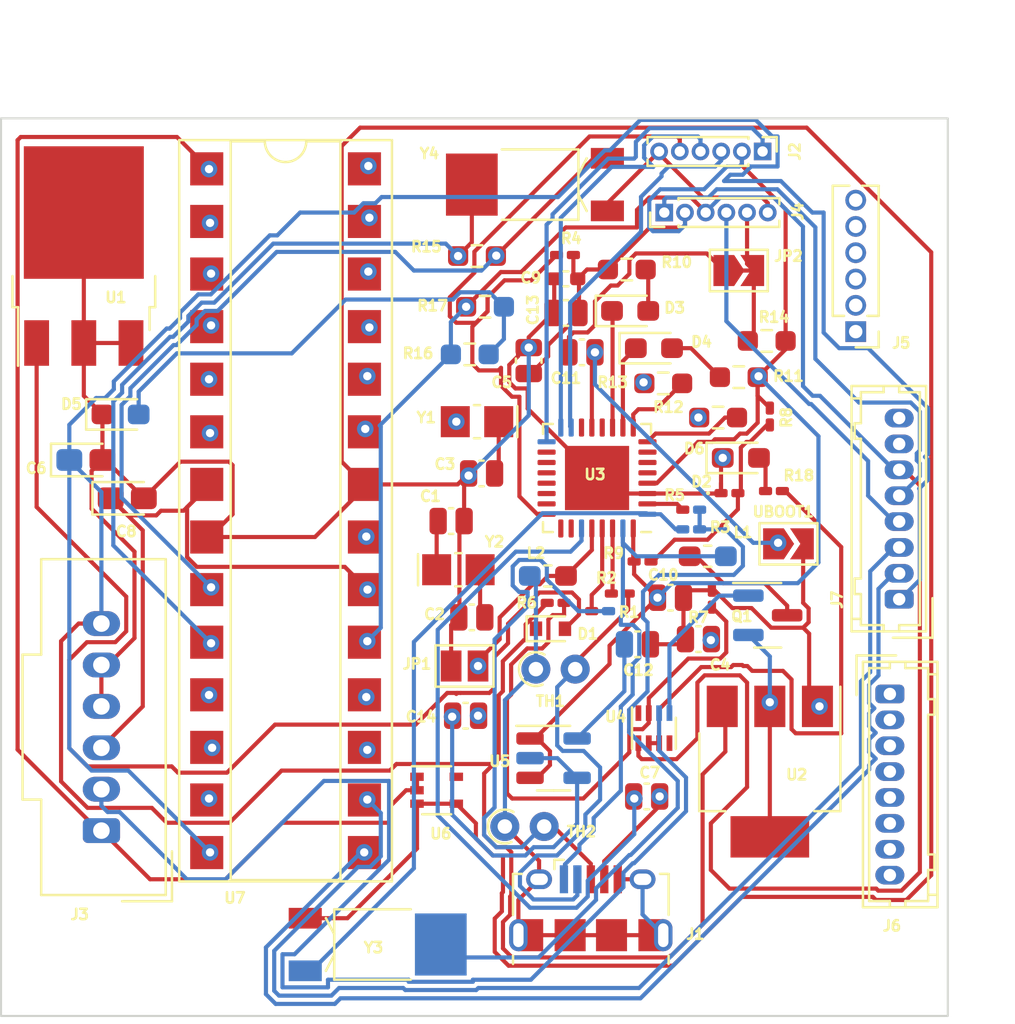
<source format=kicad_pcb>
(kicad_pcb (version 20211014) (generator pcbnew)
  (layers (0 "F.Cu" signal) (1 "In1.Cu" signal) (2 "In2.Cu" signal) (31 "B.Cu" signal) (34 "B.Paste" user) (35 "F.Paste" user) (36 "B.SilkS" user "B.Silkscreen") (37 "F.SilkS" user "F.Silkscreen") (38 "B.Mask" user) (39 "F.Mask" user) (44 "Edge.Cuts" user))
  (net 0 "")
  (net 1 "Net-(C1-Pad1)")
  (net 2 "GND")
  (net 3 "Net-(C2-Pad1)")
  (net 4 "Net-(C3-Pad2)")
  (net 5 "Net-(C4-Pad2)")
  (net 6 "+5V")
  (net 7 "Net-(C6-Pad1)")
  (net 8 "Net-(C7-Pad1)")
  (net 9 "Net-(C7-Pad2)")
  (net 10 "Net-(C11-Pad1)")
  (net 11 "Net-(C11-Pad2)")
  (net 12 "Net-(C12-Pad1)")
  (net 13 "Net-(C14-Pad2)")
  (net 14 "Net-(D1-Pad2)")
  (net 15 "Net-(D2-Pad2)")
  (net 16 "Net-(D3-Pad1)")
  (net 17 "Net-(D3-Pad2)")
  (net 18 "Net-(D4-Pad1)")
  (net 19 "Net-(D4-Pad2)")
  (net 20 "Net-(D5-Pad2)")
  (net 21 "Net-(D6-Pad2)")
  (net 22 "Net-(J1-Pad1)")
  (net 23 "Net-(J1-Pad2)")
  (net 24 "Net-(J1-Pad3)")
  (net 25 "Net-(J1-Pad5)")
  (net 26 "Net-(J2-Pad1)")
  (net 27 "Net-(J2-Pad3)")
  (net 28 "Net-(J2-Pad4)")
  (net 29 "Net-(J2-Pad5)")
  (net 30 "Net-(J3-Pad2)")
  (net 31 "Net-(J4-Pad1)")
  (net 32 "Net-(J4-Pad3)")
  (net 33 "Net-(J4-Pad4)")
  (net 34 "Net-(J5-Pad1)")
  (net 35 "Net-(J5-Pad2)")
  (net 36 "Net-(J5-Pad3)")
  (net 37 "Net-(J5-Pad4)")
  (net 38 "Net-(J5-Pad5)")
  (net 39 "Net-(J5-Pad6)")
  (net 40 "Net-(J6-Pad1)")
  (net 41 "Net-(J6-Pad2)")
  (net 42 "Net-(J6-Pad3)")
  (net 43 "Net-(J6-Pad4)")
  (net 44 "Net-(J6-Pad5)")
  (net 45 "Net-(J6-Pad6)")
  (net 46 "Net-(J6-Pad7)")
  (net 47 "Net-(J6-Pad8)")
  (net 48 "Net-(J7-Pad2)")
  (net 49 "Net-(J7-Pad3)")
  (net 50 "Net-(J7-Pad7)")
  (net 51 "Net-(L1-Pad1)")
  (net 52 "Net-(Q1-Pad1)")
  (net 53 "Net-(R1-Pad1)")
  (net 54 "Net-(R2-Pad1)")
  (net 55 "Net-(R3-Pad1)")
  (net 56 "Net-(R3-Pad2)")
  (net 57 "Net-(R5-Pad1)")
  (net 58 "Net-(R6-Pad2)")
  (net 59 "Net-(R12-Pad2)")
  (net 60 "Net-(R13-Pad2)")
  (net 61 "Net-(R15-Pad1)")
  (net 62 "Net-(R15-Pad2)")
  (net 63 "Net-(R18-Pad2)")
  (footprint "Resistor_SMD:R_0603_1608Metric_Pad0.98x0.95mm_HandSolder" (layer "F.Cu") (at 86.65 54.6)
    (fp_text reference "R15")
    (fp_text value "1M")
  )
  (footprint "Capacitor_Tantalum_SMD:CP_EIA-1608-08_AVX-J_Pad1.25x1.05mm_HandSolder" (layer "F.Cu") (at 67.75 64.45)
    (fp_text reference "C6")
    (fp_text value "47u")
  )
  (footprint "Package_TO_SOT_SMD:SOT-23" (layer "F.Cu") (at 100.7 71.95)
    (fp_text reference "Q1")
    (fp_text value "FDN340P")
  )
  (footprint "Resistor_THT:R_Axial_DIN0204_L3.6mm_D1.6mm_P1.90mm_Vertical" (layer "F.Cu") (at 87.995 82.15)
    (fp_text reference "TH2")
    (fp_text value "Thermistor")
  )
  (footprint "LED_SMD:LED_0603_1608Metric_Pad1.05x0.95mm_HandSolder" (layer "F.Cu") (at 99.4 64.35)
    (fp_text reference "D6")
    (fp_text value "LED")
  )
  (footprint "Crystal:Crystal_SMD_MicroCrystal_MS1V-T1K" (layer "F.Cu") (at 81.85 87.85 90)
    (fp_text reference "Y3")
    (fp_text value "16MHz")
  )
  (footprint "Resistor_SMD:R_0201_0603Metric_Pad0.64x0.40mm_HandSolder" (layer "F.Cu") (at 94.65 69.35 180)
    (fp_text reference "R9")
    (fp_text value "1K")
  )
  (footprint "Crystal:Crystal_SMD_MicroCrystal_MS1V-T1K" (layer "F.Cu") (at 89.45 51.15 -90)
    (fp_text reference "Y4")
    (fp_text value "Crystal_GND2_Small")
  )
  (footprint "Resistor_SMD:R_0201_0603Metric_Pad0.64x0.40mm_HandSolder" (layer "F.Cu") (at 97 67.8)
    (fp_text reference "R3")
    (fp_text value "1M")
  )
  (footprint "Package_DIP:DIP-28_W7.62mm_SMDSocket_SmallPads" (layer "F.Cu") (at 77.399755 66.899755)
    (fp_text reference "U7")
    (fp_text value "ATmega8A-P")
  )
  (footprint "Connector_Hirose:Hirose_DF13-08P-1.25DSA_1x08_P1.25mm_Vertical" (layer "F.Cu") (at 107.05 71.175 90)
    (fp_text reference "J7")
    (fp_text value "Conn_01x08_Female")
  )
  (footprint "LED_SMD:LED_0603_1608Metric_Pad1.05x0.95mm_HandSolder" (layer "F.Cu") (at 94.05 57.25)
    (fp_text reference "D3")
    (fp_text value "LED")
  )
  (footprint "Package_DFN_QFN:QFN-32-1EP_5x5mm_P0.5mm_EP3.1x3.1mm" (layer "F.Cu") (at 92.45 65.32 180)
    (fp_text reference "U3")
    (fp_text value "ATmega8U2-M")
  )
  (footprint "Capacitor_SMD:C_0402_1005Metric_Pad0.74x0.62mm_HandSolder" (layer "F.Cu") (at 90.95 55.7 180)
    (fp_text reference "C9")
    (fp_text value "100n")
  )
  (footprint "LED_SMD:LED_0603_1608Metric_Pad1.05x0.95mm_HandSolder" (layer "F.Cu") (at 69.425 62.25)
    (fp_text reference "D5")
    (fp_text value "LED")
  )
  (footprint "Resistor_SMD:R_0603_1608Metric_Pad0.98x0.95mm_HandSolder" (layer "F.Cu") (at 99.3 60.45 180)
    (fp_text reference "R11")
    (fp_text value "1K")
  )
  (footprint "Connector_Hirose:Hirose_DF13-08P-1.25DSA_1x08_P1.25mm_Vertical" (layer "F.Cu") (at 106.6 75.75 -90)
    (fp_text reference "J6")
    (fp_text value "Conn_01x08_Female")
  )
  (footprint "Resistor_SMD:R_0201_0603Metric_Pad0.64x0.40mm_HandSolder" (layer "F.Cu") (at 100.8 62.35 90)
    (fp_text reference "R8")
    (fp_text value "1K")
  )
  (footprint "LED_SMD:LED_0603_1608Metric_Pad1.05x0.95mm_HandSolder" (layer "F.Cu") (at 95.2 59.05)
    (fp_text reference "D4")
    (fp_text value "LED")
  )
  (footprint "Capacitor_SMD:C_0504_1310Metric_Pad0.83x1.28mm_HandSolder" (layer "F.Cu") (at 96 71.1)
    (fp_text reference "C10")
    (fp_text value "100n")
  )
  (footprint "Capacitor_SMD:C_0504_1310Metric_Pad0.83x1.28mm_HandSolder" (layer "F.Cu") (at 89.15 59.65 90)
    (fp_text reference "C5")
    (fp_text value "100n")
  )
  (footprint "Resistor_SMD:R_0603_1608Metric_Pad0.98x0.95mm_HandSolder" (layer "F.Cu") (at 93.8875 55.25)
    (fp_text reference "R10")
    (fp_text value "1K")
  )
  (footprint "Resistor_SMD:R_0201_0603Metric_Pad0.64x0.40mm_HandSolder" (layer "F.Cu") (at 98 71.15 90)
    (fp_text reference "R7")
    (fp_text value "10K")
  )
  (footprint "Diode_SMD:D_SOD-523" (layer "F.Cu") (at 90.2 72.6)
    (fp_text reference "D1")
    (fp_text value "1N914WT")
  )
  (footprint "Resistor_SMD:R_0603_1608Metric_Pad0.98x0.95mm_HandSolder" (layer "F.Cu") (at 87.0375 57.05)
    (fp_text reference "R17")
    (fp_text value "1K")
  )
  (footprint "Resistor_SMD:R_0201_0603Metric_Pad0.64x0.40mm_HandSolder" (layer "F.Cu") (at 90.9 54.55 180)
    (fp_text reference "R4")
    (fp_text value "10K")
  )
  (footprint "Capacitor_SMD:C_0504_1310Metric_Pad0.83x1.28mm_HandSolder" (layer "F.Cu") (at 86.1 76.8)
    (fp_text reference "C14")
    (fp_text value "100n")
  )
  (footprint "Crystal:Crystal_SMD_MicroCrystal_CC8V-T1A-2Pin_2.0x1.2mm_HandSoldering" (layer "F.Cu") (at 86.65 62.6 180)
    (fp_text reference "Y1")
    (fp_text value "16MHz")
  )
  (footprint "Resistor_SMD:R_0201_0603Metric_Pad0.64x0.40mm_HandSolder" (layer "F.Cu") (at 97 66.85)
    (fp_text reference "R5")
    (fp_text value "27R")
  )
  (footprint "Capacitor_Tantalum_SMD:CP_EIA-1608-08_AVX-J_Pad1.25x1.05mm_HandSolder" (layer "F.Cu") (at 69.75 66.3)
    (fp_text reference "C8")
    (fp_text value "47u")
  )
  (footprint "Resistor_SMD:R_0603_1608Metric_Pad0.98x0.95mm_HandSolder" (layer "F.Cu") (at 100.65 58.7)
    (fp_text reference "R14")
    (fp_text value "10K")
  )
  (footprint "Resistor_THT:R_Axial_DIN0204_L3.6mm_D1.6mm_P1.90mm_Vertical" (layer "F.Cu") (at 89.495 74.55)
    (fp_text reference "TH1")
    (fp_text value "Thermistor")
  )
  (footprint "Jumper:SolderJumper-2_P1.3mm_Open_Pad1.0x1.5mm" (layer "F.Cu") (at 86.05 74.4)
    (fp_text reference "JP1")
    (fp_text value "SolderJumper_2_Open")
  )
  (footprint "Package_TO_SOT_SMD:SOT-353_SC-70-5" (layer "F.Cu") (at 84.7 80.4)
    (fp_text reference "U6")
    (fp_text value "TS5A3166DCKR")
  )
  (footprint "Connector_PinHeader_1.27mm:PinHeader_1x06_P1.27mm_Vertical" (layer "F.Cu") (at 104.95 58.25 180)
    (fp_text reference "J5")
    (fp_text value "Conn_01x06_Female")
  )
  (footprint "Connector_USB:USB_Micro-B_Amphenol_10118194_Horizontal" (layer "F.Cu") (at 92.15 86.1)
    (fp_text reference "J1")
    (fp_text value "USB_B_Micro")
  )
  (footprint "Capacitor_SMD:C_0504_1310Metric_Pad0.83x1.28mm_HandSolder" (layer "F.Cu") (at 85.4 67.4)
    (fp_text reference "C1")
    (fp_text value "22p")
  )
  (footprint "Capacitor_SMD:C_0504_1310Metric_Pad0.83x1.28mm_HandSolder" (layer "F.Cu") (at 94.85 80.7)
    (fp_text reference "C7")
    (fp_text value "1u")
  )
  (footprint "Resistor_SMD:R_0603_1608Metric_Pad0.98x0.95mm_HandSolder" (layer "F.Cu") (at 95.65 60.75)
    (fp_text reference "R13")
    (fp_text value "1K")
  )
  (footprint "Resistor_SMD:R_0201_0603Metric_Pad0.64x0.40mm_HandSolder" (layer "F.Cu") (at 101 65.95)
    (fp_text reference "R18")
    (fp_text value "1K")
  )
  (footprint "Capacitor_SMD:C_0504_1310Metric_Pad0.83x1.28mm_HandSolder" (layer "F.Cu") (at 91.7225 59.25)
    (fp_text reference "C11")
    (fp_text value "100n")
  )
  (footprint "Capacitor_SMD:C_0504_1310Metric_Pad0.83x1.28mm_HandSolder" (layer "F.Cu") (at 97.35 73.1)
    (fp_text reference "C4")
    (fp_text value "22p")
  )
  (footprint "Resistor_SMD:R_0603_1608Metric_Pad0.98x0.95mm_HandSolder" (layer "F.Cu") (at 86.3 59.35)
    (fp_text reference "R16")
    (fp_text value "1K")
  )
  (footprint "Resistor_SMD:R_0201_0603Metric_Pad0.64x0.40mm_HandSolder" (layer "F.Cu") (at 90.45 71.35)
    (fp_text reference "R6")
    (fp_text value "10K")
  )
  (footprint "Connector_Molex:Molex_MicroClasp_55932-0630_1x06_P2.00mm_Vertical" (layer "F.Cu") (at 68.5 82.35 90)
    (fp_text reference "J3")
    (fp_text value "Conn_01x06_Female")
  )
  (footprint "Capacitor_SMD:C_0504_1310Metric_Pad0.83x1.28mm_HandSolder" (layer "F.Cu") (at 90.95 57.35 180)
    (fp_text reference "C13")
    (fp_text value "100n")
  )
  (footprint "Resistor_SMD:R_0201_0603Metric_Pad0.64x0.40mm_HandSolder" (layer "F.Cu") (at 92.6 71.75)
    (fp_text reference "R1")
    (fp_text value "22R")
  )
  (footprint "Package_TO_SOT_SMD:SOT-23-5" (layer "F.Cu") (at 90.35 78.85)
    (fp_text reference "U5")
    (fp_text value "LP2985-3.3")
  )
  (footprint "Package_TO_SOT_SMD:TO-252-3_TabPin2" (layer "F.Cu") (at 67.65 54.6 90)
    (fp_text reference "U1")
    (fp_text value "AUIPS2031R")
  )
  (footprint "Connector_PinHeader_1.00mm:PinHeader_1x06_P1.00mm_Vertical" (layer "F.Cu") (at 95.7 52.5 90)
    (fp_text reference "J4")
    (fp_text value "Conn_PIC_ICSP_ICD")
  )
  (footprint "Resistor_SMD:R_0603_1608Metric_Pad0.98x0.95mm_HandSolder" (layer "F.Cu") (at 98.3 62.4)
    (fp_text reference "R12")
    (fp_text value "1K")
  )
  (footprint "Capacitor_SMD:C_0504_1310Metric_Pad0.83x1.28mm_HandSolder" (layer "F.Cu") (at 94.4 73.35)
    (fp_text reference "C12")
    (fp_text value "1u")
  )
  (footprint "Inductor_SMD:L_0603_1608Metric_Pad1.05x0.95mm_HandSolder" (layer "F.Cu") (at 90.075 70.05)
    (fp_text reference "L2")
    (fp_text value "L_Small")
  )
  (footprint "Resistor_SMD:R_0201_0603Metric_Pad0.64x0.40mm_HandSolder" (layer "F.Cu") (at 93.55 70.9)
    (fp_text reference "R2")
    (fp_text value "22R")
  )
  (footprint "Package_CSP:LFCSP-8_2x2mm_P0.5mm" (layer "F.Cu") (at 95.2 77.4 -90)
    (fp_text reference "U4")
    (fp_text value "LM358_DFN")
  )
  (footprint "Capacitor_SMD:C_0504_1310Metric_Pad0.83x1.28mm_HandSolder" (layer "F.Cu") (at 86.8725 65.1)
    (fp_text reference "C3")
    (fp_text value "22p")
  )
  (footprint "LED_SMD:LED_0201_0603Metric_Pad0.64x0.40mm_HandSolder" (layer "F.Cu") (at 98.85 66.05)
    (fp_text reference "D2")
    (fp_text value "green-LED")
  )
  (footprint "Capacitor_SMD:C_0504_1310Metric_Pad0.83x1.28mm_HandSolder" (layer "F.Cu") (at 86.4 72.05 180)
    (fp_text reference "C2")
    (fp_text value "22p")
  )
  (footprint "Package_TO_SOT_SMD:SOT-223-3_TabPin2" (layer "F.Cu") (at 100.8 79.5 -90)
    (fp_text reference "U2")
    (fp_text value "NCP1117-1.8_SOT223")
  )
  (footprint "Jumper:SolderJumper-2_P1.3mm_Open_TrianglePad1.0x1.5mm" (layer "F.Cu") (at 99.3 55.3)
    (fp_text reference "JP2")
    (fp_text value "SolderJumper_2_Open")
  )
  (footprint "Crystal:Crystal_SMD_MicroCrystal_CC8V-T1A-2Pin_2.0x1.2mm_HandSoldering" (layer "F.Cu") (at 85.75 69.75)
    (fp_text reference "Y2")
    (fp_text value "16MHz")
  )
  (footprint "Jumper:SolderJumper-2_P1.3mm_Open_TrianglePad1.0x1.5mm" (layer "F.Cu") (at 101.7 68.5)
    (fp_text reference "UBOOT1")
    (fp_text value "SolderJumper_2_Open")
  )
  (footprint "Inductor_SMD:L_0603_1608Metric_Pad1.05x0.95mm_HandSolder" (layer "F.Cu") (at 97.8 69.1)
    (fp_text reference "L1")
    (fp_text value "L_Small")
  )
  (footprint "Connector_PinHeader_1.00mm:PinHeader_1x06_P1.00mm_Vertical" (layer "F.Cu") (at 100.45 49.55 -90)
    (fp_text reference "J2")
    (fp_text value "Conn_PIC_ICSP_ICD")
  )
  (gr_rect (start 63.65 47.95) (end 109.4 91.3) (layer "Edge.Cuts") (width 0.1) (fill none))
  (segment (start 84.7725 67.4) (end 84.7 67.4725) (width 0.2) (layer "F.Cu") (net 1))
  (segment (start 84.7 67.4725) (end 84.7 69.75) (width 0.2) (layer "F.Cu") (net 1))
  (segment (start 68.5 74.35) (end 68.8 74.35) (width 0.2) (layer "F.Cu") (net 2))
  (segment (start 80.110244 64.530244) (end 81.209755 65.629755) (width 0.2) (layer "F.Cu") (net 2))
  (segment (start 68.8 74.35) (end 70.09903 73.05097) (width 0.2) (layer "F.Cu") (net 2))
  (segment (start 88.9775 59.0225) (end 89.15 59.0225) (width 0.2) (layer "F.Cu") (net 2))
  (segment (start 88.176128 88.874031) (end 96.123874 88.87403) (width 0.2) (layer "F.Cu") (net 2))
  (segment (start 102.7 72.838323) (end 102.7 75.85) (width 0.2) (layer "F.Cu") (net 2))
  (segment (start 85.800489 72.022011) (end 85.7725 72.05) (width 0.2) (layer "F.Cu") (net 2))
  (segment (start 102.67452 71.613803) (end 102.67452 72.286197) (width 0.2) (layer "F.Cu") (net 2))
  (segment (start 68.55 62.25) (end 68.55 64.45) (width 0.2) (layer "F.Cu") (net 2))
  (segment (start 103.1 76.35) (end 103.2 76.35) (width 0.2) (layer "F.Cu") (net 2))
  (segment (start 81.36 65.63) (end 85.715 65.63) (width 0.2) (layer "F.Cu") (net 2))
  (segment (start 108.6 54.41932) (end 102.58068 48.4) (width 0.2) (layer "F.Cu") (net 2))
  (segment (start 86.0275 67.4) (end 85.800489 67.627011) (width 0.2) (layer "F.Cu") (net 2))
  (segment (start 87.90548 85.31452) (end 87.850969 85.369033) (width 0.2) (layer "F.Cu") (net 2))
  (segment (start 95.0275 73.35) (end 96.4725 73.35) (width 0.2) (layer "F.Cu") (net 2))
  (segment (start 85.800489 67.627011) (end 85.800489 72.022011) (width 0.2) (layer "F.Cu") (net 2))
  (segment (start 86.245 65.1) (end 86.0275 65.3175) (width 0.2) (layer "F.Cu") (net 2))
  (segment (start 86.595979 82.729496) (end 86.830007 82.963523) (width 0.2) (layer "F.Cu") (net 2))
  (segment (start 96.985 70.7425) (end 98 70.7425) (width 0.2) (layer "F.Cu") (net 2))
  (segment (start 94.8875 66.07) (end 98.4225 66.07) (width 0.2) (layer "F.Cu") (net 2))
  (segment (start 78.82 68.17) (end 81.36 65.63) (width 0.2) (layer "F.Cu") (net 2))
  (segment (start 68.02548 64.97452) (end 68.55 64.45) (width 0.2) (layer "F.Cu") (net 2))
  (segment (start 74.669511 64.530489) (end 72.319511 64.530489) (width 0.2) (layer "F.Cu") (net 2))
  (segment (start 85.4 74.4) (end 85.25049 74.54951) (width 0.2) (layer "F.Cu") (net 2))
  (segment (start 96.6275 71.1) (end 96.6275 73.005) (width 0.2) (layer "F.Cu") (net 2))
  (segment (start 67.65 58.8) (end 67.65 61.35) (width 0.2) (layer "F.Cu") (net 2))
  (segment (start 96.123874 88.87403) (end 99.447904 85.55) (width 0.2) (layer "F.Cu") (net 2))
  (segment (start 102.58068 48.4) (end 81.000488 48.4) (width 0.2) (layer "F.Cu") (net 2))
  (segment (start 80.389022 86.58) (end 78.35 86.58) (width 0.2) (layer "F.Cu") (net 2))
  (segment (start 90.3825 55.7) (end 90.3825 57.29) (width 0.2) (layer "F.Cu") (net 2))
  (segment (start 100.7 52.04038) (end 100.7 52.5) (width 0.2) (layer "F.Cu") (net 2))
  (segment (start 87.415506 83.549022) (end 87.90548 83.549022) (width 0.2) (layer "F.Cu") (net 2))
  (segment (start 86.0275 65.3175) (end 86.0275 67.4) (width 0.2) (layer "F.Cu") (net 2))
  (segment (start 96.6275 73.005) (end 96.7225 73.1) (width 0.2) (layer "F.Cu") (net 2))
  (segment (start 87.505969 86.596128) (end 87.505969 88.203872) (width 0.2) (layer "F.Cu") (net 2))
  (segment (start 102.425 68.5) (end 102.425 68.276416) (width 0.2) (layer "F.Cu") (net 2))
  (segment (start 98.4425 64.4325) (end 98.525 64.35) (width 0.2) (layer "F.Cu") (net 2))
  (segment (start 74.839511 64.700489) (end 74.669511 64.530489) (width 0.2) (layer "F.Cu") (net 2))
  (segment (start 73.74 68.17) (end 74.839511 67.070489) (width 0.2) (layer "F.Cu") (net 2))
  (segment (start 89.15 58.5225) (end 89.15 59.0225) (width 0.2) (layer "F.Cu") (net 2))
  (segment (start 92.45 65.32) (end 89.099022 61.969022) (width 0.2) (layer "F.Cu") (net 2))
  (segment (start 105.925025 85.7) (end 107.4 85.7) (width 0.2) (layer "F.Cu") (net 2))
  (segment (start 102.411197 71.35048) (end 102.67452 71.613803) (width 0.2) (layer "F.Cu") (net 2))
  (segment (start 92.95 52.42) (end 92.95 52.05) (width 0.2) (layer "F.Cu") (net 2))
  (segment (start 95.45 49.55) (end 95.45 49.660392) (width 0.2) (layer "F.Cu") (net 2))
  (segment (start 83.75 83.219022) (end 80.389022 86.58) (width 0.2) (layer "F.Cu") (net 2))
  (segment (start 100.435109 51.775489) (end 100.7 52.04038) (width 0.2) (layer "F.Cu") (net 2))
  (segment (start 98.4425 66.05) (end 98.4425 65.5575) (width 0.2) (layer "F.Cu") (net 2))
  (segment (start 87.850969 85.369033) (end 87.85097 86.251126) (width 0.2) (layer "F.Cu") (net 2))
  (segment (start 70.09903 73.05097) (end 70.09903 68.876168) (width 0.2) (layer "F.Cu") (net 2))
  (segment (start 102.67452 72.286197) (end 102.411197 72.54952) (width 0.2) (layer "F.Cu") (net 2))
  (segment (start 90.3825 57.29) (end 90.3225 57.35) (width 0.2) (layer "F.Cu") (net 2))
  (segment (start 98.4225 66.07) (end 98.4425 66.05) (width 0.2) (layer "F.Cu") (net 2))
  (segment (start 68.55 64.45) (end 68.7 64.45) (width 0.2) (layer "F.Cu") (net 2))
  (segment (start 97.565097 51.775489) (end 100.435109 51.775489) (width 0.2) (layer "F.Cu") (net 2))
  (segment (start 99.913803 71.59952) (end 98.988803 71.59952) (width 0.2) (layer "F.Cu") (net 2))
  (segment (start 85.25049 76.65049) (end 85.45 76.85) (width 0.2) (layer "F.Cu") (net 2))
  (segment (start 102.411197 68.262613) (end 102.411197 71.35048) (width 0.2) (layer "F.Cu") (net 2))
  (segment (start 85.4 72.4225) (end 85.4 74.4) (width 0.2) (layer "F.Cu") (net 2))
  (segment (start 73.74 68.17) (end 78.82 68.17) (width 0.2) (layer "F.Cu") (net 2))
  (segment (start 67.65 52.5) (end 67.65 58.8) (width 0.2) (layer "F.Cu") (net 2))
  (segment (start 85.715 65.63) (end 86.245 65.1) (width 0.2) (layer "F.Cu") (net 2))
  (segment (start 95.45 49.660392) (end 97.565097 51.775489) (width 0.2) (layer "F.Cu") (net 2))
  (segment (start 85.7725 72.05) (end 85.4 72.4225) (width 0.2) (layer "F.Cu") (net 2))
  (segment (start 72.319511 64.530489) (end 70.55 66.3) (width 0.2) (layer "F.Cu") (net 2))
  (segment (start 67.65 58.8) (end 69.93 58.8) (width 0.2) (layer "F.Cu") (net 2))
  (segment (start 87.505969 88.203872) (end 88.176128 88.874031) (width 0.2) (layer "F.Cu") (net 2))
  (segment (start 89.099022 60.99452) (end 88.508218 60.99452) (width 0.2) (layer "F.Cu") (net 2))
  (segment (start 80.110244 49.290244) (end 80.110244 64.530244) (width 0.2) (layer "F.Cu") (net 2))
  (segment (start 98.988803 71.59952) (end 98.131783 70.7425) (width 0.2) (layer "F.Cu") (net 2))
  (segment (start 68.7 64.45) (end 70.55 66.3) (width 0.2) (layer "F.Cu") (net 2))
  (segment (start 83.75 81.05) (end 83.75 83.219022) (width 0.2) (layer "F.Cu") (net 2))
  (segment (start 105.775025 85.55) (end 105.925025 85.7) (width 0.2) (layer "F.Cu") (net 2))
  (segment (start 68.5 74.35) (end 68.5 76.35) (width 0.2) (layer "F.Cu") (net 2))
  (segment (start 70.09903 68.876168) (end 68.02548 66.802618) (width 0.2) (layer "F.Cu") (net 2))
  (segment (start 102.411197 72.54952) (end 100.863803 72.54952) (width 0.2) (layer "F.Cu") (net 2))
  (segment (start 88.632497 59.436201) (end 88.632497 59.367503) (width 0.2) (layer "F.Cu") (net 2))
  (segment (start 68.02548 66.802618) (end 68.02548 64.97452) (width 0.2) (layer "F.Cu") (net 2))
  (segment (start 88.632497 59.367503) (end 88.9775 59.0225) (width 0.2) (layer "F.Cu") (net 2))
  (segment (start 100.863803 72.54952) (end 99.913803 71.59952) (width 0.2) (layer "F.Cu") (net 2))
  (segment (start 81.000488 48.4) (end 80.110244 49.290244) (width 0.2) (layer "F.Cu") (net 2))
  (segment (start 86.830007 82.963523) (end 87.415506 83.549022) (width 0.2) (layer "F.Cu") (net 2))
  (segment (start 94.8875 66.07) (end 93.2 66.07) (width 0.2) (layer "F.Cu") (net 2))
  (segment (start 87.85097 86.251126) (end 87.505969 86.596128) (width 0.2) (layer "F.Cu") (net 2))
  (segment (start 108.6 84.5) (end 108.6 54.41932) (width 0.2) (layer "F.Cu") (net 2))
  (segment (start 93.2 66.07) (end 92.45 65.32) (width 0.2) (layer "F.Cu") (net 2))
  (segment (start 96.4725 73.35) (end 96.7225 73.1) (width 0.2) (layer "F.Cu") (net 2))
  (segment (start 89.099022 61.969022) (end 89.099022 60.99452) (width 0.2) (layer "F.Cu") (net 2))
  (segment (start 98.4425 66.05) (end 98.4425 64.4325) (width 0.2) (layer "F.Cu") (net 2))
  (segment (start 67.65 61.35) (end 68.55 62.25) (width 0.2) (layer "F.Cu") (net 2))
  (segment (start 88.21048 59.858218) (end 88.632497 59.436201) (width 0.2) (layer "F.Cu") (net 2))
  (segment (start 96.6275 71.1) (end 96.985 70.7425) (width 0.2) (layer "F.Cu") (net 2))
  (segment (start 92.95 52.05) (end 95.45 49.55) (width 0.2) (layer "F.Cu") (net 2))
  (segment (start 83.75 81.05) (end 85.65 81.05) (width 0.2) (layer "F.Cu") (net 2))
  (segment (start 88.508218 60.99452) (end 88.21048 60.696782) (width 0.2) (layer "F.Cu") (net 2))
  (segment (start 102.411197 72.54952) (end 102.7 72.838323) (width 0.2) (layer "F.Cu") (net 2))
  (segment (start 107.4 85.7) (end 108.6 84.5) (width 0.2) (layer "F.Cu") (net 2))
  (segment (start 87.90548 83.549022) (end 87.90548 85.31452) (width 0.2) (layer "F.Cu") (net 2))
  (segment (start 85.65 81.05) (end 86.595978 81.995978) (width 0.2) (layer "F.Cu") (net 2))
  (segment (start 88.21048 60.696782) (end 88.21048 59.858218) (width 0.2) (layer "F.Cu") (net 2))
  (segment (start 102.7 75.85) (end 103.2 76.35) (width 0.2) (layer "F.Cu") (net 2))
  (segment (start 86.245 65.203802) (end 86.245 65.1) (width 0.2) (layer "F.Cu") (net 2))
  (segment (start 98.131783 70.7425) (end 98 70.7425) (width 0.2) (layer "F.Cu") (net 2))
  (segment (start 99.447904 85.55) (end 105.775025 85.55) (width 0.2) (layer "F.Cu") (net 2))
  (segment (start 74.839511 67.070489) (end 74.839511 64.700489) (width 0.2) (layer "F.Cu") (net 2))
  (segment (start 90.3225 57.35) (end 89.15 58.5225) (width 0.2) (layer "F.Cu") (net 2))
  (segment (start 86.595978 81.995978) (end 86.595979 82.729496) (width 0.2) (layer "F.Cu") (net 2))
  (via locked (at 85.45 76.85) (size 0.8) (drill 0.4) (layers "F.Cu" "B.Cu") (net 2))
  (via locked (at 98.525 64.35) (size 0.8) (drill 0.4) (layers "F.Cu" "B.Cu") (net 2))
  (via locked (at 86.245 65.203802) (size 0.8) (drill 0.4) (layers "F.Cu" "B.Cu") (net 2))
  (via locked (at 89.15 59.0225) (size 0.8) (drill 0.4) (layers "F.Cu" "B.Cu") (net 2))
  (via locked (at 103.2 76.35) (size 0.8) (drill 0.4) (layers "F.Cu" "B.Cu") (net 2))
  (segment (start 85.45 81.583517) (end 87.416483 83.55) (width 0.2) (layer "B.Cu") (net 2))
  (segment (start 87.416483 83.55) (end 88.98967 83.55) (width 0.2) (layer "B.Cu") (net 2))
  (segment (start 85.45 76.85) (end 85.45 81.583517) (width 0.2) (layer "B.Cu") (net 2))
  (segment (start 89.15 62.298802) (end 86.245 65.203802) (width 0.2) (layer "B.Cu") (net 2))
  (segment (start 90.5375 78.85) (end 91.4875 79.8) (width 0.2) (layer "B.Cu") (net 2))
  (segment (start 91.4875 82.0125) (end 91.4875 79.8) (width 0.2) (layer "B.Cu") (net 2))
  (segment (start 89.15 59.0225) (end 89.15 62.298802) (width 0.2) (layer "B.Cu") (net 2))
  (segment (start 89.2125 78.85) (end 90.5375 78.85) (width 0.2) (layer "B.Cu") (net 2))
  (segment (start 89.390159 83.149511) (end 90.350489 83.149511) (width 0.2) (layer "B.Cu") (net 2))
  (segment (start 88.98967 83.55) (end 89.390159 83.149511) (width 0.2) (layer "B.Cu") (net 2))
  (segment (start 90.350489 83.149511) (end 91.4875 82.0125) (width 0.2) (layer "B.Cu") (net 2))
  (segment (start 86.8 69.75) (end 86.8 71.8225) (width 0.2) (layer "F.Cu") (net 3))
  (segment (start 86.8 71.8225) (end 87.0275 72.05) (width 0.2) (layer "F.Cu") (net 3))
  (segment (start 87.7 64.9) (end 87.5 65.1) (width 0.2) (layer "F.Cu") (net 4))
  (segment (start 87.7 62.6) (end 87.7 64.9) (width 0.2) (layer "F.Cu") (net 4))
  (via locked (at 97.95 73.15) (size 0.8) (drill 0.4) (layers "F.Cu" "B.Cu") (net 5))
  (via locked (at 85.65 62.6) (size 0.8) (drill 0.4) (layers "F.Cu" "B.Cu") (net 5))
  (segment (start 100.2125 62.64696) (end 99.683491 63.175969) (width 0.2) (layer "F.Cu") (net 6))
  (segment (start 71.377138 66.9) (end 72.47 66.9) (width 0.2) (layer "F.Cu") (net 6))
  (segment (start 89.560717 79.8) (end 89.2125 79.8) (width 0.2) (layer "F.Cu") (net 6))
  (segment (start 70.498542 67.848542) (end 70.498542 76.351458) (width 0.2) (layer "F.Cu") (net 6))
  (segment (start 81.36 70.71) (end 80.260489 69.610489) (width 0.2) (layer "F.Cu") (net 6))
  (segment (start 94.2425 69.35) (end 94.2425 69.97) (width 0.2) (layer "F.Cu") (net 6))
  (segment (start 91.5775 57.453803) (end 90.720823 58.31048) (width 0.2) (layer "F.Cu") (net 6))
  (segment (start 72.47 66.9) (end 73.74 65.63) (width 0.2) (layer "F.Cu") (net 6))
  (segment (start 100.25625 60.40625) (end 101.5625 59.1) (width 0.2) (layer "F.Cu") (net 6))
  (segment (start 90.08952 59.441782) (end 89.253802 60.2775) (width 0.2) (layer "F.Cu") (net 6))
  (segment (start 92.975 55.25) (end 95.000489 53.224511) (width 0.2) (layer "F.Cu") (net 6))
  (segment (start 91.5775 55.76) (end 91.5175 55.7) (width 0.2) (layer "F.Cu") (net 6))
  (segment (start 98.025422 63.574031) (end 97.332942 63.574031) (width 0.2) (layer "F.Cu") (net 6))
  (segment (start 100.8 81.85) (end 100.95 82) (width 0.2) (layer "F.Cu") (net 6))
  (segment (start 101.5625 58.7) (end 101.5625 52.337886) (width 0.2) (layer "F.Cu") (net 6))
  (segment (start 101.5625 59.1) (end 101.5625 58.7) (width 0.2) (layer "F.Cu") (net 6))
  (segment (start 68.95 66.3) (end 70.498542 67.848542) (width 0.2) (layer "F.Cu") (net 6))
  (segment (start 96.7 53.10104) (end 96.7 52.5) (width 0.2) (layer "F.Cu") (net 6))
  (segment (start 97.332942 63.574031) (end 95.336973 65.57) (width 0.2) (layer "F.Cu") (net 6))
  (segment (start 89.2125 77.9) (end 89.560717 77.9) (width 0.2) (layer "F.Cu") (net 6))
  (segment (start 90.17452 79.186197) (end 89.560717 79.8) (width 0.2) (layer "F.Cu") (net 6))
  (segment (start 100.2125 60.45) (end 100.25625 60.40625) (width 0.2) (layer "F.Cu") (net 6))
  (segment (start 99.359038 63.175969) (end 99.085007 63.45) (width 0.2) (layer "F.Cu") (net 6))
  (segment (start 94.2425 69.97) (end 95.3725 71.1) (width 0.2) (layer "F.Cu") (net 6))
  (segment (start 71.152618 67.12452) (end 71.377138 66.9) (width 0.2) (layer "F.Cu") (net 6))
  (segment (start 73.110489 69.610489) (end 72.640489 69.140489) (width 0.2) (layer "F.Cu") (net 6))
  (segment (start 91.5775 57.35) (end 91.5775 55.76) (width 0.2) (layer "F.Cu") (net 6))
  (segment (start 69.77452 67.12452) (end 71.152618 67.12452) (width 0.2) (layer "F.Cu") (net 6))
  (segment (start 91.9675 55.25) (end 91.5175 55.7) (width 0.2) (layer "F.Cu") (net 6))
  (segment (start 95.336973 65.57) (end 94.8875 65.57) (width 0.2) (layer "F.Cu") (net 6))
  (segment (start 89.2125 77.9) (end 89.458523 77.9) (width 0.2) (layer "F.Cu") (net 6))
  (segment (start 93.05548 73.41702) (end 95.3725 71.1) (width 0.2) (layer "F.Cu") (net 6))
  (segment (start 100.2125 61.355) (end 100.8 61.9425) (width 0.2) (layer "F.Cu") (net 6))
  (segment (start 91.5775 57.35) (end 91.5775 57.453803) (width 0.2) (layer "F.Cu") (net 6))
  (segment (start 89.253802 60.2775) (end 89.15 60.2775) (width 0.2) (layer "F.Cu") (net 6))
  (segment (start 80.260489 69.610489) (end 73.110489 69.610489) (width 0.2) (layer "F.Cu") (net 6))
  (segment (start 94.2 69.3075) (end 94.2425 69.35) (width 0.2) (layer "F.Cu") (net 6))
  (segment (start 95.3725 71.1) (end 95.105 71.1) (width 0.2) (layer "F.Cu") (net 6))
  (segment (start 72.640489 66.729511) (end 73.74 65.63) (width 0.2) (layer "F.Cu") (net 6))
  (segment (start 100.2125 60.45) (end 100.2125 62.64696) (width 0.2) (layer "F.Cu") (net 6))
  (segment (start 90.720823 58.31048) (end 90.675718 58.31048) (width 0.2) (layer "F.Cu") (net 6))
  (segment (start 72.640489 69.140489) (end 72.640489 66.729511) (width 0.2) (layer "F.Cu") (net 6))
  (segment (start 99.085007 63.45) (end 98.149454 63.45) (width 0.2) (layer "F.Cu") (net 6))
  (segment (start 101.5625 52.337886) (end 99.45 50.225386) (width 0.2) (layer "F.Cu") (net 6))
  (segment (start 89.458523 77.9) (end 93.05548 74.303043) (width 0.2) (layer "F.Cu") (net 6))
  (segment (start 89.560717 77.9) (end 90.17452 78.513803) (width 0.2) (layer "F.Cu") (net 6))
  (segment (start 94.2 67.7575) (end 94.2 69.3075) (width 0.2) (layer "F.Cu") (net 6))
  (segment (start 90.17452 78.513803) (end 90.17452 79.186197) (width 0.2) (layer "F.Cu") (net 6))
  (segment (start 70.498542 76.351458) (end 68.5 78.35) (width 0.2) (layer "F.Cu") (net 6))
  (segment (start 99.45 50.225386) (end 99.45 49.55) (width 0.2) (layer "F.Cu") (net 6))
  (segment (start 91.3075 54.55) (end 91.3075 55.49) (width 0.2) (layer "F.Cu") (net 6))
  (segment (start 100.8 76.15) (end 100.8 82.65) (width 0.2) (layer "F.Cu") (net 6))
  (segment (start 95.000489 53.224511) (end 96.576529 53.224511) (width 0.2) (layer "F.Cu") (net 6))
  (segment (start 93.05548 74.303043) (end 93.05548 73.41702) (width 0.2) (layer "F.Cu") (net 6))
  (segment (start 99.683491 63.175969) (end 99.359038 63.175969) (width 0.2) (layer "F.Cu") (net 6))
  (segment (start 90.08952 58.896678) (end 90.08952 59.441782) (width 0.2) (layer "F.Cu") (net 6))
  (segment (start 96.576529 53.224511) (end 96.7 53.10104) (width 0.2) (layer "F.Cu") (net 6))
  (segment (start 100.2125 60.45) (end 100.2125 61.355) (width 0.2) (layer "F.Cu") (net 6))
  (segment (start 90.675718 58.31048) (end 90.08952 58.896678) (width 0.2) (layer "F.Cu") (net 6))
  (segment (start 98.149454 63.45) (end 98.025422 63.574031) (width 0.2) (layer "F.Cu") (net 6))
  (segment (start 68.95 66.3) (end 69.77452 67.12452) (width 0.2) (layer "F.Cu") (net 6))
  (segment (start 91.3075 55.49) (end 91.5175 55.7) (width 0.2) (layer "F.Cu") (net 6))
  (segment (start 92.975 55.25) (end 91.9675 55.25) (width 0.2) (layer "F.Cu") (net 6))
  (via locked (at 100.25625 60.40625) (size 0.8) (drill 0.4) (layers "F.Cu" "B.Cu") (net 6))
  (via locked (at 81.36 70.71) (size 0.8) (drill 0.4) (layers "F.Cu" "B.Cu") (net 6))
  (via locked (at 100.8 76.15) (size 0.8) (drill 0.4) (layers "F.Cu" "B.Cu") (net 6))
  (via locked (at 95.3725 71.1) (size 0.8) (drill 0.4) (layers "F.Cu" "B.Cu") (net 6))
  (segment (start 99.45 50.15104) (end 99.326529 50.274511) (width 0.2) (layer "B.Cu") (net 6))
  (segment (start 96.40104 53.4) (end 96.7 53.10104) (width 0.2) (layer "B.Cu") (net 6))
  (segment (start 100.25625 60.40625) (end 103.15 63.3) (width 0.2) (layer "B.Cu") (net 6))
  (segment (start 96.0725 70.4) (end 95.3725 71.1) (width 0.2) (layer "B.Cu") (net 6))
  (segment (start 99.326529 50.274511) (end 98.725489 50.274511) (width 0.2) (layer "B.Cu") (net 6))
  (segment (start 94.975489 51.904499) (end 94.975489 53.224511) (width 0.2) (layer "B.Cu") (net 6))
  (segment (start 99.45 49.55) (end 99.45 50.15104) (width 0.2) (layer "B.Cu") (net 6))
  (segment (start 103.15 69.4) (end 102.15 70.4) (width 0.2) (layer "B.Cu") (net 6))
  (segment (start 102.15 70.4) (end 96.0725 70.4) (width 0.2) (layer "B.Cu") (net 6))
  (segment (start 98.725489 50.274511) (end 97.624031 51.375969) (width 0.2) (layer "B.Cu") (net 6))
  (segment (start 97.624031 51.375969) (end 95.504019 51.375969) (width 0.2) (layer "B.Cu") (net 6))
  (segment (start 103.15 63.3) (end 103.15 69.4) (width 0.2) (layer "B.Cu") (net 6))
  (segment (start 100.8 73.9375) (end 100.8 76.15) (width 0.2) (layer "B.Cu") (net 6))
  (segment (start 94.975489 53.224511) (end 95.150978 53.4) (width 0.2) (layer "B.Cu") (net 6))
  (segment (start 99.7625 72.9) (end 100.8 73.9375) (width 0.2) (layer "B.Cu") (net 6))
  (segment (start 96.7 53.10104) (end 96.7 52.5) (width 0.2) (layer "B.Cu") (net 6))
  (segment (start 95.504019 51.375969) (end 94.975489 51.904499) (width 0.2) (layer "B.Cu") (net 6))
  (segment (start 95.150978 53.4) (end 96.40104 53.4) (width 0.2) (layer "B.Cu") (net 6))
  (segment (start 88.070962 83.149511) (end 88.304991 83.38354) (width 0.2) (layer "F.Cu") (net 7))
  (segment (start 74.689266 81.969266) (end 77.208052 79.45048) (width 0.2) (layer "F.Cu") (net 7))
  (segment (start 89 73.150978) (end 88.915504 73.150979) (width 0.2) (layer "F.Cu") (net 7))
  (segment (start 66.550489 79.972602) (end 67.827407 81.24952) (width 0.2) (layer "F.Cu") (net 7))
  (segment (start 87.7 75.814015) (end 87.7 78.884295) (width 0.2) (layer "F.Cu") (net 7))
  (segment (start 67.827407 81.24952) (end 70.934526 81.24952) (width 0.2) (layer "F.Cu") (net 7))
  (segment (start 88.304991 83.38354) (end 88.304991 85.480002) (width 0.2) (layer "F.Cu") (net 7))
  (segment (start 66.550489 73.199511) (end 66.550489 79.972602) (width 0.2) (layer "F.Cu") (net 7))
  (segment (start 88.915504 73.150979) (end 87.899022 74.167461) (width 0.2) (layer "F.Cu") (net 7))
  (segment (start 95.910486 88.47452) (end 95.984516 88.40049) (width 0.2) (layer "F.Cu") (net 7))
  (segment (start 68.5 72.35) (end 67.4 72.35) (width 0.2) (layer "F.Cu") (net 7))
  (segment (start 87.7 78.884295) (end 87.451458 79.13284) (width 0.2) (layer "F.Cu") (net 7))
  (segment (start 87.580989 83.149511) (end 88.070962 83.149511) (width 0.2) (layer "F.Cu") (net 7))
  (segment (start 70.934526 81.24952) (end 71.654272 81.969266) (width 0.2) (layer "F.Cu") (net 7))
  (segment (start 87.90548 86.76161) (end 87.90548 88.038389) (width 0.2) (layer "F.Cu") (net 7))
  (segment (start 77.208052 79.45048) (end 82.438542 79.45048) (width 0.2) (layer "F.Cu") (net 7))
  (segment (start 67.4 72.35) (end 66.550489 73.199511) (width 0.2) (layer "F.Cu") (net 7))
  (segment (start 97.550489 79.634517) (end 98.65 78.535006) (width 0.2) (layer "F.Cu") (net 7))
  (segment (start 88.250481 86.416608) (end 87.90548 86.76161) (width 0.2) (layer "F.Cu") (net 7))
  (segment (start 98.65 78.535006) (end 98.65 75.7) (width 0.2) (layer "F.Cu") (net 7))
  (segment (start 71.654272 81.969266) (end 74.689266 81.969266) (width 0.2) (layer "F.Cu") (net 7))
  (segment (start 96.03242 88.40049) (end 97.550489 86.882421) (width 0.2) (layer "F.Cu") (net 7))
  (segment (start 88.25048 85.534513) (end 88.250481 86.416608) (width 0.2) (layer "F.Cu") (net 7))
  (segment (start 88.34161 88.47452) (end 95.910486 88.47452) (width 0.2) (layer "F.Cu") (net 7))
  (segment (start 86.995491 79.588807) (end 86.995491 82.564013) (width 0.2) (layer "F.Cu") (net 7))
  (segment (start 87.899022 74.167461) (end 87.899021 75.614995) (width 0.2) (layer "F.Cu") (net 7))
  (segment (start 89.5 71.8925) (end 89.5 72.6) (width 0.2) (layer "F.Cu") (net 7))
  (segment (start 90.0425 71.35) (end 89.5 71.8925) (width 0.2) (layer "F.Cu") (net 7))
  (segment (start 97.550489 86.882421) (end 97.550489 79.634517) (width 0.2) (layer "F.Cu") (net 7))
  (segment (start 86.995491 82.564013) (end 87.580989 83.149511) (width 0.2) (layer "F.Cu") (net 7))
  (segment (start 89 72.3925) (end 89 73.150978) (width 0.2) (layer "F.Cu") (net 7))
  (segment (start 88.304991 85.480002) (end 88.25048 85.534513) (width 0.2) (layer "F.Cu") (net 7))
  (segment (start 87.90548 88.038389) (end 88.34161 88.47452) (width 0.2) (layer "F.Cu") (net 7))
  (segment (start 95.984516 88.40049) (end 96.03242 88.40049) (width 0.2) (layer "F.Cu") (net 7))
  (segment (start 90.0425 71.35) (end 89 72.3925) (width 0.2) (layer "F.Cu") (net 7))
  (segment (start 87.899021 75.614995) (end 87.7 75.814015) (width 0.2) (layer "F.Cu") (net 7))
  (segment (start 87.451458 79.13284) (end 86.995491 79.588807) (width 0.2) (layer "F.Cu") (net 7))
  (segment (start 82.756182 79.13284) (end 87.451458 79.13284) (width 0.2) (layer "F.Cu") (net 7))
  (segment (start 82.438542 79.45048) (end 82.756182 79.13284) (width 0.2) (layer "F.Cu") (net 7))
  (via locked (at 73.75 83.4) (size 0.8) (drill 0.4) (layers "F.Cu" "B.Cu") (net 7))
  (segment (start 66.95 78.372113) (end 68.028367 79.45048) (width 0.2) (layer "B.Cu") (net 7))
  (segment (start 76.638272 53.600972) (end 76.404245 53.835) (width 0.2) (layer "B.Cu") (net 7))
  (segment (start 108.04952 70.235461) (end 108.04952 65.864539) (width 0.2) (layer "B.Cu") (net 7))
  (segment (start 101.174511 48.825489) (end 100.84952 48.825489) (width 0.2) (layer "B.Cu") (net 7))
  (segment (start 72.945254 56.685488) (end 72.301459 57.329282) (width 0.2) (layer "B.Cu") (net 7))
  (segment (start 76.404245 53.835) (end 73.787786 56.451458) (width 0.2) (layer "B.Cu") (net 7))
  (segment (start 71.798538 58.10145) (end 71.653543 58.101451) (width 0.2) (layer "B.Cu") (net 7))
  (segment (start 108.44903 61.949055) (end 105.549975 59.05) (width 0.2) (layer "B.Cu") (net 7))
  (segment (start 78.1 52.5) (end 76.999029 53.600971) (width 0.2) (layer "B.Cu") (net 7))
  (segment (start 100.116447 48.026441) (end 94.543571 48.026441) (width 0.2) (layer "B.Cu") (net 7))
  (segment (start 104.150978 59.05) (end 103.4 58.299022) (width 0.2) (layer "B.Cu") (net 7))
  (segment (start 108.04952 65.864539) (end 108.017478 65.832497) (width 0.2) (layer "B.Cu") (net 7))
  (segment (start 72.301459 57.329282) (end 72.301459 57.598529) (width 0.2) (layer "B.Cu") (net 7))
  (segment (start 76.999029 53.600971) (end 76.638272 53.600972) (width 0.2) (layer "B.Cu") (net 7))
  (segment (start 99.84952 50.316526) (end 99.84952 50.274511) (width 0.2) (layer "B.Cu") (net 7))
  (segment (start 69.101451 61.034089) (end 68.67645 61.459092) (width 0.2) (layer "B.Cu") (net 7))
  (segment (start 107.109981 71.175) (end 108.04952 70.235461) (width 0.2) (layer "B.Cu") (net 7))
  (segment (start 93.075384 49.494628) (end 92.825385 49.494628) (width 0.2) (layer "B.Cu") (net 7))
  (segment (start 73.179281 56.45146) (end 72.945254 56.685488) (width 0.2) (layer "B.Cu") (net 7))
  (segment (start 108.449031 65.400943) (end 108.44903 64.449055) (width 0.2) (layer "B.Cu") (net 7))
  (segment (start 73.787786 56.451458) (end 73.179281 56.45146) (width 0.2) (layer "B.Cu") (net 7))
  (segment (start 98.890975 50.674031) (end 99.492015 50.674031) (width 0.2) (layer "B.Cu") (net 7))
  (segment (start 92.825385 49.494628) (end 90.570013 51.75) (width 0.2) (layer "B.Cu") (net 7))
  (segment (start 108.44903 64.449055) (end 108.299975 64.299999) (width 0.2) (layer "B.Cu") (net 7))
  (segment (start 68.5 72.35) (end 68.5 66) (width 0.2) (layer "B.Cu") (net 7))
  (segment (start 101.331072 50.976459) (end 98.588547 50.976459) (width 0.2) (layer "B.Cu") (net 7))
  (segment (start 108.449031 64.150943) (end 108.44903 61.949055) (width 0.2) (layer "B.Cu") (net 7))
  (segment (start 102.854614 52.5) (end 101.331072 50.976459) (width 0.2) (layer "B.Cu") (net 7))
  (segment (start 71.653543 58.101451) (end 69.10145 60.653546) (width 0.2) (layer "B.Cu") (net 7))
  (segment (start 66.95 62.75) (end 66.95 78.372113) (width 0.2) (layer "B.Cu") (net 7))
  (segment (start 68.5 66) (end 66.95 64.45) (width 0.2) (layer "B.Cu") (net 7))
  (segment (start 100.84952 48.759514) (end 100.116447 48.026441) (width 0.2) (layer "B.Cu") (net 7))
  (segment (start 82.040237 51.75) (end 81.739748 52.050489) (width 0.2) (layer "B.Cu") (net 7))
  (segment (start 99.84952 50.274511) (end 101.174511 50.274511) (width 0.2) (layer "B.Cu") (net 7))
  (segment (start 72.301459 57.598529) (end 71.798538 58.10145) (width 0.2) (layer "B.Cu") (net 7))
  (segment (start 69.80048 79.45048) (end 73.75 83.4) (width 0.2) (layer "B.Cu") (net 7))
  (segment (start 94.543571 48.026441) (end 93.075384 49.494628) (width 0.2) (layer "B.Cu") (net 7))
  (segment (start 101.174511 50.274511) (end 101.174511 48.825489) (width 0.2) (layer "B.Cu") (net 7))
  (segment (start 108.299975 64.299999) (end 108.449031 64.150943) (width 0.2) (layer "B.Cu") (net 7))
  (segment (start 68.240908 61.459092) (end 66.95 62.75) (width 0.2) (layer "B.Cu") (net 7))
  (segment (start 107.05 71.175) (end 107.109981 71.175) (width 0.2) (layer "B.Cu") (net 7))
  (segment (start 80.710741 52.5) (end 78.1 52.5) (width 0.2) (layer "B.Cu") (net 7))
  (segment (start 68.67645 61.459092) (end 68.240908 61.459092) (width 0.2) (layer "B.Cu") (net 7))
  (segment (start 98.588547 50.976459) (end 98.890975 50.674031) (width 0.2) (layer "B.Cu") (net 7))
  (segment (start 81.160252 52.050489) (end 80.710741 52.5) (width 0.2) (layer "B.Cu") (net 7))
  (segment (start 103.4 52.5) (end 102.854614 52.5) (width 0.2) (layer "B.Cu") (net 7))
  (segment (start 100.84952 48.825489) (end 100.84952 48.759514) (width 0.2) (layer "B.Cu") (net 7))
  (segment (start 108.017478 65.832497) (end 108.449031 65.400943) (width 0.2) (layer "B.Cu") (net 7))
  (segment (start 68.028367 79.45048) (end 69.80048 79.45048) (width 0.2) (layer "B.Cu") (net 7))
  (segment (start 103.4 58.299022) (end 103.4 52.5) (width 0.2) (layer "B.Cu") (net 7))
  (segment (start 90.570013 51.75) (end 82.040237 51.75) (width 0.2) (layer "B.Cu") (net 7))
  (segment (start 105.549975 59.05) (end 104.150978 59.05) (width 0.2) (layer "B.Cu") (net 7))
  (segment (start 81.739748 52.050489) (end 81.160252 52.050489) (width 0.2) (layer "B.Cu") (net 7))
  (segment (start 99.492015 50.674031) (end 99.84952 50.316526) (width 0.2) (layer "B.Cu") (net 7))
  (segment (start 69.10145 60.653546) (end 69.101451 61.034089) (width 0.2) (layer "B.Cu") (net 7))
  (via locked (at 94.25 80.8) (size 0.8) (drill 0.4) (layers "F.Cu" "B.Cu") (net 8))
  (segment (start 84.750489 72.650057) (end 84.750489 81.610819) (width 0.2) (layer "B.Cu") (net 8))
  (segment (start 91.17403 68.87597) (end 88.524576 68.87597) (width 0.2) (layer "B.Cu") (net 8))
  (segment (start 88.524576 68.87597) (end 84.750489 72.650057) (width 0.2) (layer "B.Cu") (net 8))
  (segment (start 91.460984 86.074022) (end 92.000998 85.534008) (width 0.2) (layer "B.Cu") (net 8))
  (segment (start 92.000998 85.534008) (end 92.000998 84.769015) (width 0.2) (layer "B.Cu") (net 8))
  (segment (start 92.000998 84.769015) (end 94.25 82.520013) (width 0.2) (layer "B.Cu") (net 8))
  (segment (start 91.7 67.7575) (end 91.7 68.35) (width 0.2) (layer "B.Cu") (net 8))
  (segment (start 84.750489 81.610819) (end 89.213693 86.074022) (width 0.2) (layer "B.Cu") (net 8))
  (segment (start 91.7 68.35) (end 91.17403 68.87597) (width 0.2) (layer "B.Cu") (net 8))
  (segment (start 89.213693 86.074022) (end 91.460984 86.074022) (width 0.2) (layer "B.Cu") (net 8))
  (segment (start 94.25 82.520013) (end 94.25 80.8) (width 0.2) (layer "B.Cu") (net 8))
  (segment (start 92.8 83.825) (end 95.4775 81.1475) (width 0.2) (layer "F.Cu") (net 9))
  (segment (start 92.2 68.8) (end 90.95 70.05) (width 0.2) (layer "F.Cu") (net 9))
  (segment (start 90.95 70.05) (end 90.085006 70.05) (width 0.2) (layer "F.Cu") (net 9))
  (segment (start 95.4775 81.1475) (end 95.4775 80.7) (width 0.2) (layer "F.Cu") (net 9))
  (segment (start 90.085006 70.05) (end 89.684517 70.450489) (width 0.2) (layer "F.Cu") (net 9))
  (segment (start 86.7 74.15) (end 86.7 74.4) (width 0.2) (layer "F.Cu") (net 9))
  (segment (start 89.684517 70.450489) (end 89.349511 70.450489) (width 0.2) (layer "F.Cu") (net 9))
  (segment (start 92.8 84.7) (end 92.8 83.825) (width 0.2) (layer "F.Cu") (net 9))
  (segment (start 89.349511 70.450489) (end 87.74452 72.05548) (width 0.2) (layer "F.Cu") (net 9))
  (segment (start 87.74452 73.10548) (end 86.7 74.15) (width 0.2) (layer "F.Cu") (net 9))
  (segment (start 87.74452 72.05548) (end 87.74452 73.10548) (width 0.2) (layer "F.Cu") (net 9))
  (segment (start 92.2 67.7575) (end 92.2 68.8) (width 0.2) (layer "F.Cu") (net 9))
  (via locked (at 86.7 74.4) (size 0.8) (drill 0.4) (layers "F.Cu" "B.Cu") (net 9))
  (via locked (at 95.4775 80.7) (size 0.8) (drill 0.4) (layers "F.Cu" "B.Cu") (net 9))
  (segment (start 97.75048 54.47548) (end 98.575 55.3) (width 0.2) (layer "F.Cu") (net 10))
  (segment (start 100.025 55.3) (end 100.025 58.4125) (width 0.2) (layer "F.Cu") (net 10))
  (segment (start 68.362893 82.35) (end 64.450489 78.437596) (width 0.2) (layer "F.Cu") (net 10))
  (segment (start 64.600978 48.85) (end 72.15 48.85) (width 0.2) (layer "F.Cu") (net 10))
  (segment (start 83.75 80.4) (end 83.225 80.4) (width 0.2) (layer "F.Cu") (net 10))
  (segment (start 91.306775 58.28952) (end 91.996782 58.28952) (width 0.2) (layer "F.Cu") (net 10))
  (segment (start 68.5 82.35) (end 68.362893 82.35) (width 0.2) (layer "F.Cu") (net 10))
  (segment (start 93.11602 56.02452) (end 93.44744 56.02452) (width 0.2) (layer "F.Cu") (net 10))
  (segment (start 82.459511 81.969511) (end 77.230489 81.969511) (width 0.2) (layer "F.Cu") (net 10))
  (segment (start 94.01298 55.45898) (end 94.01298 54.79006) (width 0.2) (layer "F.Cu") (net 10))
  (segment (start 83.225 80.4) (end 82.459511 81.165489) (width 0.2) (layer "F.Cu") (net 10))
  (segment (start 77.230489 81.969511) (end 74.5 84.7) (width 0.2) (layer "F.Cu") (net 10))
  (segment (start 91.095 58.501296) (end 91.306775 58.28952) (width 0.2) (layer "F.Cu") (net 10))
  (segment (start 70.85 84.7) (end 68.5 82.35) (width 0.2) (layer "F.Cu") (net 10))
  (segment (start 83.75 80.4) (end 83.75 79.75) (width 0.2) (layer "F.Cu") (net 10))
  (segment (start 92.35048 57.935822) (end 92.35048 56.79006) (width 0.2) (layer "F.Cu") (net 10))
  (segment (start 99.7 52.5) (end 99.7 54.975) (width 0.2) (layer "F.Cu") (net 10))
  (segment (start 64.450489 49.000489) (end 64.600978 48.85) (width 0.2) (layer "F.Cu") (net 10))
  (segment (start 100.025 58.4125) (end 99.7375 58.7) (width 0.2) (layer "F.Cu") (net 10))
  (segment (start 94.01298 54.79006) (end 94.32756 54.47548) (width 0.2) (layer "F.Cu") (net 10))
  (segment (start 64.450489 78.437596) (end 64.450489 49.000489) (width 0.2) (layer "F.Cu") (net 10))
  (segment (start 99.7 54.975) (end 100.025 55.3) (width 0.2) (layer "F.Cu") (net 10))
  (segment (start 91.996782 58.28952) (end 92.35048 57.935822) (width 0.2) (layer "F.Cu") (net 10))
  (segment (start 92.35048 56.79006) (end 93.11602 56.02452) (width 0.2) (layer "F.Cu") (net 10))
  (segment (start 74.5 84.7) (end 70.85 84.7) (width 0.2) (layer "F.Cu") (net 10))
  (segment (start 91.095 59.25) (end 91.095 58.501296) (width 0.2) (layer "F.Cu") (net 10))
  (segment (start 93.44744 56.02452) (end 94.01298 55.45898) (width 0.2) (layer "F.Cu") (net 10))
  (segment (start 94.32756 54.47548) (end 97.75048 54.47548) (width 0.2) (layer "F.Cu") (net 10))
  (segment (start 72.15 48.85) (end 73.7 50.4) (width 0.2) (layer "F.Cu") (net 10))
  (segment (start 82.459511 81.165489) (end 82.459511 81.969511) (width 0.2) (layer "F.Cu") (net 10))
  (segment (start 100.025 55.3) (end 98.575 55.3) (width 0.2) (layer "F.Cu") (net 10))
  (via (at 73.7 50.4) (size 0.8) (drill 0.4) (layers "F.Cu" "B.Cu") (net 10))
  (segment (start 92.2 62.8825) (end 92.2 59.4) (width 0.2) (layer "F.Cu") (net 11))
  (segment (start 92.2 59.4) (end 92.35 59.25) (width 0.2) (layer "F.Cu") (net 11))
  (via locked (at 101.2 68.45) (size 0.8) (drill 0.4) (layers "F.Cu" "B.Cu") (net 11))
  (via locked (at 92.35 59.25) (size 0.8) (drill 0.4) (layers "F.Cu" "B.Cu") (net 11))
  (segment (start 100 68.45) (end 101.2 68.45) (width 0.2) (layer "B.Cu") (net 11))
  (segment (start 92.35 60.8) (end 100 68.45) (width 0.2) (layer "B.Cu") (net 11))
  (segment (start 92.35 59.25) (end 92.35 60.8) (width 0.2) (layer "B.Cu") (net 11))
  (segment (start 93.7725 75.615) (end 91.4875 77.9) (width 0.2) (layer "B.Cu") (net 12))
  (segment (start 93.7725 73.35) (end 93.7725 75.615) (width 0.2) (layer "B.Cu") (net 12))
  (via locked (at 86.7 76.8) (size 0.8) (drill 0.4) (layers "F.Cu" "B.Cu") (net 13))
  (segment (start 87.499511 75.449511) (end 87.249022 75.7) (width 0.2) (layer "F.Cu") (net 14))
  (segment (start 76.888288 77.230244) (end 74.568532 79.55) (width 0.2) (layer "F.Cu") (net 14))
  (segment (start 90.6 70.85) (end 90.59952 70.85048) (width 0.2) (layer "F.Cu") (net 14))
  (segment (start 85.7 75.7) (end 85.65 75.75) (width 0.2) (layer "F.Cu") (net 14))
  (segment (start 88.15 73.3) (end 87.499511 73.950489) (width 0.2) (layer "F.Cu") (net 14))
  (segment (start 90.9 72.6) (end 91.57548 71.92452) (width 0.2) (layer "F.Cu") (net 14))
  (segment (start 91.57548 71.92452) (end 91.57548 71.185474) (width 0.2) (layer "F.Cu") (net 14))
  (segment (start 74.568532 79.55) (end 72.2 79.55) (width 0.2) (layer "F.Cu") (net 14))
  (segment (start 90.59952 70.85048) (end 89.659514 70.85048) (width 0.2) (layer "F.Cu") (net 14))
  (segment (start 69.172593 73.24952) (end 69.69952 72.722593) (width 0.2) (layer "F.Cu") (net 14))
  (segment (start 67.80048 73.24952) (end 69.172593 73.24952) (width 0.2) (layer "F.Cu") (net 14))
  (segment (start 71.9 79.25) (end 67.827887 79.25) (width 0.2) (layer "F.Cu") (net 14))
  (segment (start 91.57548 71.185474) (end 91.240006 70.85) (width 0.2) (layer "F.Cu") (net 14))
  (segment (start 88.15 72.359994) (end 88.15 73.3) (width 0.2) (layer "F.Cu") (net 14))
  (segment (start 69.69952 72.722593) (end 69.69952 71.04952) (width 0.2) (layer "F.Cu") (net 14))
  (segment (start 69.69952 71.04952) (end 65.37 66.72) (width 0.2) (layer "F.Cu") (net 14))
  (segment (start 89.659514 70.85048) (end 88.15 72.359994) (width 0.2) (layer "F.Cu") (net 14))
  (segment (start 66.95 74.1) (end 67.80048 73.24952) (width 0.2) (layer "F.Cu") (net 14))
  (segment (start 66.95 78.372113) (end 66.95 74.1) (width 0.2) (layer "F.Cu") (net 14))
  (segment (start 67.827887 79.25) (end 66.95 78.372113) (width 0.2) (layer "F.Cu") (net 14))
  (segment (start 87.249022 75.7) (end 85.85 75.7) (width 0.2) (layer "F.Cu") (net 14))
  (segment (start 85.85 75.7) (end 85.7 75.7) (width 0.2) (layer "F.Cu") (net 14))
  (segment (start 91.240006 70.85) (end 90.4 70.85) (width 0.2) (layer "F.Cu") (net 14))
  (segment (start 83.683454 77.230244) (end 76.888288 77.230244) (width 0.2) (layer "F.Cu") (net 14))
  (segment (start 72.2 79.55) (end 71.9 79.25) (width 0.2) (layer "F.Cu") (net 14))
  (segment (start 87.499511 73.950489) (end 87.499511 75.449511) (width 0.2) (layer "F.Cu") (net 14))
  (segment (start 65.37 66.72) (end 65.37 58.8) (width 0.2) (layer "F.Cu") (net 14))
  (segment (start 85.7 75.7) (end 85.213698 75.7) (width 0.2) (layer "F.Cu") (net 14))
  (segment (start 85.213698 75.7) (end 83.683454 77.230244) (width 0.2) (layer "F.Cu") (net 14))
  (segment (start 99.848974 63.57548) (end 99.67452 63.57548) (width 0.2) (layer "F.Cu") (net 15))
  (segment (start 99.2575 66.832506) (end 99.2575 66.05) (width 0.2) (layer "F.Cu") (net 15))
  (segment (start 99.4 63.85) (end 99.4 65.9075) (width 0.2) (layer "F.Cu") (net 15))
  (segment (start 96.209514 68.29952) (end 97.790486 68.29952) (width 0.2) (layer "F.Cu") (net 15))
  (segment (start 99.67452 63.57548) (end 99.4 63.85) (width 0.2) (layer "F.Cu") (net 15))
  (segment (start 100.666954 62.7575) (end 99.848974 63.57548) (width 0.2) (layer "F.Cu") (net 15))
  (segment (start 100.8 62.7575) (end 100.666954 62.7575) (width 0.2) (layer "F.Cu") (net 15))
  (segment (start 99.4 65.9075) (end 99.2575 66.05) (width 0.2) (layer "F.Cu") (net 15))
  (segment (start 95.15 69.35) (end 96.204997 68.295003) (width 0.2) (layer "F.Cu") (net 15))
  (segment (start 97.790486 68.29952) (end 99.2575 66.832506) (width 0.2) (layer "F.Cu") (net 15))
  (segment (start 95.0575 69.35) (end 95.15 69.35) (width 0.2) (layer "F.Cu") (net 15))
  (segment (start 96.204997 68.295003) (end 96.209514 68.29952) (width 0.2) (layer "F.Cu") (net 15))
  (segment (start 93.2 62.8825) (end 93.2 57.275) (width 0.2) (layer "F.Cu") (net 16))
  (segment (start 93.2 57.275) (end 93.175 57.25) (width 0.2) (layer "F.Cu") (net 16))
  (segment (start 94.925 55.375) (end 94.925 57.25) (width 0.2) (layer "F.Cu") (net 17))
  (segment (start 94.8 55.25) (end 94.925 55.375) (width 0.2) (layer "F.Cu") (net 17))
  (segment (start 93.7 59.675) (end 94.325 59.05) (width 0.2) (layer "F.Cu") (net 18))
  (segment (start 93.7 62.8825) (end 93.7 59.675) (width 0.2) (layer "F.Cu") (net 18))
  (segment (start 96.075 59.05) (end 96.9875 59.05) (width 0.2) (layer "F.Cu") (net 19))
  (segment (start 96.9875 59.05) (end 98.3875 60.45) (width 0.2) (layer "F.Cu") (net 19))
  (segment (start 70.3 62.25) (end 70.3 61.15) (width 0.2) (layer "B.Cu") (net 20))
  (segment (start 70.3 61.15) (end 72.15 59.3) (width 0.2) (layer "B.Cu") (net 20))
  (segment (start 87.95 57.05) (end 87.95 58.6125) (width 0.2) (layer "B.Cu") (net 20))
  (segment (start 85.485741 56.7) (end 85.835252 56.350489) (width 0.2) (layer "B.Cu") (net 20))
  (segment (start 87.95 58.6125) (end 87.2125 59.35) (width 0.2) (layer "B.Cu") (net 20))
  (segment (start 77.7 59.3) (end 80.3 56.7) (width 0.2) (layer "B.Cu") (net 20))
  (segment (start 80.3 56.7) (end 85.485741 56.7) (width 0.2) (layer "B.Cu") (net 20))
  (segment (start 87.250489 56.350489) (end 87.95 57.05) (width 0.2) (layer "B.Cu") (net 20))
  (segment (start 85.835252 56.350489) (end 87.250489 56.350489) (width 0.2) (layer "B.Cu") (net 20))
  (segment (start 72.15 59.3) (end 77.7 59.3) (width 0.2) (layer "B.Cu") (net 20))
  (segment (start 100.5925 64.6675) (end 100.275 64.35) (width 0.2) (layer "F.Cu") (net 21))
  (segment (start 100.5925 65.95) (end 100.5925 64.6675) (width 0.2) (layer "F.Cu") (net 21))
  (segment (start 93.7 71.940006) (end 93.600489 72.039517) (width 0.2) (layer "B.Cu") (net 22))
  (segment (start 91.599022 83.030966) (end 91.599022 83.280965) (width 0.2) (layer "B.Cu") (net 22))
  (segment (start 94.48952 72.708218) (end 94.48952 73.991782) (width 0.2) (layer "B.Cu") (net 22))
  (segment (start 93.7 67.7575) (end 93.7 68.45) (width 0.2) (layer "B.Cu") (net 22))
  (segment (start 94.172019 75.780487) (end 93.60049 76.352016) (width 0.2) (layer "B.Cu") (net 22))
  (segment (start 93.60049 76.352016) (end 93.60049 80.423027) (width 0.2) (layer "B.Cu") (net 22))
  (segment (start 92.286521 82.343466) (end 91.599022 83.030966) (width 0.2) (layer "B.Cu") (net 22))
  (segment (start 93.7 68.45) (end 94.35 69.1) (width 0.2) (layer "B.Cu") (net 22))
  (segment (start 93.600489 72.41048) (end 94.191782 72.41048) (width 0.2) (layer "B.Cu") (net 22))
  (segment (start 94.172019 74.309283) (end 94.172019 75.780487) (width 0.2) (layer "B.Cu") (net 22))
  (segment (start 94.35 69.1) (end 98.675 69.1) (width 0.2) (layer "B.Cu") (net 22))
  (segment (start 93.7 67.7575) (end 93.7 71.940006) (width 0.2) (layer "B.Cu") (net 22))
  (segment (start 91.599022 83.280965) (end 90.9 83.979987) (width 0.2) (layer "B.Cu") (net 22))
  (segment (start 93.60049 80.423027) (end 92.286521 81.736996) (width 0.2) (layer "B.Cu") (net 22))
  (segment (start 94.48952 73.991782) (end 94.172019 74.309283) (width 0.2) (layer "B.Cu") (net 22))
  (segment (start 93.600489 72.039517) (end 93.600489 72.41048) (width 0.2) (layer "B.Cu") (net 22))
  (segment (start 92.286521 81.736996) (end 92.286521 82.343466) (width 0.2) (layer "B.Cu") (net 22))
  (segment (start 90.9 83.979987) (end 90.9 84.65) (width 0.2) (layer "B.Cu") (net 22))
  (segment (start 94.191782 72.41048) (end 94.48952 72.708218) (width 0.2) (layer "B.Cu") (net 22))
  (segment (start 93.9575 71.682506) (end 91.395 74.245006) (width 0.2) (layer "F.Cu") (net 23))
  (segment (start 93.9575 70.9) (end 93.9575 71.682506) (width 0.2) (layer "F.Cu") (net 23))
  (segment (start 91.395 74.245006) (end 91.395 74.55) (width 0.2) (layer "F.Cu") (net 23))
  (segment (start 89.555153 83.549511) (end 90.515482 83.549511) (width 0.2) (layer "B.Cu") (net 23))
  (segment (start 91.887011 81.571512) (end 92.6 80.858523) (width 0.2) (layer "B.Cu") (net 23))
  (segment (start 90.52548 78.236197) (end 90.52548 75.41952) (width 0.2) (layer "B.Cu") (net 23))
  (segment (start 90.515482 83.549511) (end 91.887011 82.177982) (width 0.2) (layer "B.Cu") (net 23))
  (segment (start 90.788803 78.49952) (end 90.52548 78.236197) (width 0.2) (layer "B.Cu") (net 23))
  (segment (start 90.52548 75.41952) (end 91.395 74.55) (width 0.2) (layer "B.Cu") (net 23))
  (segment (start 91.887011 82.177982) (end 91.887011 81.571512) (width 0.2) (layer "B.Cu") (net 23))
  (segment (start 91.295501 85.674511) (end 89.379175 85.674511) (width 0.2) (layer "B.Cu") (net 23))
  (segment (start 91.5 84.7) (end 91.5 85.470012) (width 0.2) (layer "B.Cu") (net 23))
  (segment (start 92.6 80.858523) (end 92.6 79.3) (width 0.2) (layer "B.Cu") (net 23))
  (segment (start 91.5 85.470012) (end 91.295501 85.674511) (width 0.2) (layer "B.Cu") (net 23))
  (segment (start 91.79952 78.49952) (end 90.788803 78.49952) (width 0.2) (layer "B.Cu") (net 23))
  (segment (start 89.379175 85.674511) (end 88.72548 85.020816) (width 0.2) (layer "B.Cu") (net 23))
  (segment (start 92.6 79.3) (end 91.79952 78.49952) (width 0.2) (layer "B.Cu") (net 23))
  (segment (start 88.72548 85.020816) (end 88.72548 84.379184) (width 0.2) (layer "B.Cu") (net 23))
  (segment (start 88.72548 84.379184) (end 89.555153 83.549511) (width 0.2) (layer "B.Cu") (net 23))
  (segment (start 92.15 84.7) (end 92.15 83.95) (width 0.2) (layer "F.Cu") (net 24))
  (segment (start 92.15 83.95) (end 90.35 82.15) (width 0.2) (layer "F.Cu") (net 24))
  (segment (start 90.35 82.15) (end 89.895 82.15) (width 0.2) (layer "F.Cu") (net 24))
  (segment (start 86.995489 82.564012) (end 86.995489 81.735988) (width 0.2) (layer "B.Cu") (net 24))
  (segment (start 89.70994 69.27548) (end 90.02452 69.59006) (width 0.2) (layer "B.Cu") (net 24))
  (segment (start 87.580988 83.149511) (end 86.995489 82.564012) (width 0.2) (layer "B.Cu") (net 24))
  (segment (start 89.09548 70.82452) (end 88.69006 70.82452) (width 0.2) (layer "B.Cu") (net 24))
  (segment (start 88.825165 83.149511) (end 87.580988 83.149511) (width 0.2) (layer "B.Cu") (net 24))
  (segment (start 88.69006 69.27548) (end 89.70994 69.27548) (width 0.2) (layer "B.Cu") (net 24))
  (segment (start 88.37548 70.50994) (end 88.37548 69.59006) (width 0.2) (layer "B.Cu") (net 24))
  (segment (start 91.549529 71.75) (end 93.0075 71.75) (width 0.2) (layer "B.Cu") (net 24))
  (segment (start 87.5 81.231477) (end 87.5 73.114994) (width 0.2) (layer "B.Cu") (net 24))
  (segment (start 90.02452 70.224991) (end 91.549529 71.75) (width 0.2) (layer "B.Cu") (net 24))
  (segment (start 89.09548 71.519513) (end 89.09548 70.82452) (width 0.2) (layer "B.Cu") (net 24))
  (segment (start 86.995489 81.735988) (end 87.5 81.231477) (width 0.2) (layer "B.Cu") (net 24))
  (segment (start 87.5 73.114994) (end 89.09548 71.519513) (width 0.2) (layer "B.Cu") (net 24))
  (segment (start 89.895 82.15) (end 89.824676 82.15) (width 0.2) (layer "B.Cu") (net 24))
  (segment (start 88.37548 69.59006) (end 88.69006 69.27548) (width 0.2) (layer "B.Cu") (net 24))
  (segment (start 90.02452 69.59006) (end 90.02452 70.224991) (width 0.2) (layer "B.Cu") (net 24))
  (segment (start 89.824676 82.15) (end 88.825165 83.149511) (width 0.2) (layer "B.Cu") (net 24))
  (segment (start 88.69006 70.82452) (end 88.37548 70.50994) (width 0.2) (layer "B.Cu") (net 24))
  (segment (start 87.995 82.15) (end 89.65 83.805) (width 0.2) (layer "F.Cu") (net 25))
  (segment (start 88.65 87.4) (end 88.65 85.7) (width 0.2) (layer "F.Cu") (net 25))
  (segment (start 93.45 84.7) (end 94.65 84.7) (width 0.2) (layer "F.Cu") (net 25))
  (segment (start 88.65 85.7) (end 89.65 84.7) (width 0.2) (layer "F.Cu") (net 25))
  (segment (start 95.65 87.4) (end 88.65 87.4) (width 0.2) (layer "F.Cu") (net 25))
  (segment (start 89.65 83.805) (end 89.65 84.7) (width 0.2) (layer "F.Cu") (net 25))
  (segment (start 88 82.145) (end 87.995 82.15) (width 0.2) (layer "B.Cu") (net 25))
  (segment (start 88 76.045) (end 88 82.145) (width 0.2) (layer "B.Cu") (net 25))
  (segment (start 94.65 86.4) (end 95.65 87.4) (width 0.2) (layer "B.Cu") (net 25))
  (segment (start 89.495 74.55) (end 88 76.045) (width 0.2) (layer "B.Cu") (net 25))
  (segment (start 89.495 70.345) (end 89.2 70.05) (width 0.2) (layer "B.Cu") (net 25))
  (segment (start 94.65 84.7) (end 94.65 86.4) (width 0.2) (layer "B.Cu") (net 25))
  (segment (start 89.495 74.55) (end 89.495 70.345) (width 0.2) (layer "B.Cu") (net 25))
  (segment (start 94.984432 48.425961) (end 99.950961 48.425961) (width 0.2) (layer "B.Cu") (net 26))
  (segment (start 90.0125 53.0875) (end 90.300489 52.799511) (width 0.2) (layer "B.Cu") (net 26))
  (segment (start 94.325979 49.084413) (end 94.984432 48.425961) (width 0.2) (layer "B.Cu") (net 26))
  (segment (start 94.325978 49.809029) (end 94.325979 49.084413) (width 0.2) (layer "B.Cu") (net 26))
  (segment (start 92.990869 49.894138) (end 94.240868 49.894139) (width 0.2) (layer "B.Cu") (net 26))
  (segment (start 99.950961 48.425961) (end 100.45 48.925) (width 0.2) (layer "B.Cu") (net 26))
  (segment (start 90.30049 52.584516) (end 90.534518 52.350489) (width 0.2) (layer "B.Cu") (net 26))
  (segment (start 90.534518 52.350489) (end 92.990869 49.894138) (width 0.2) (layer "B.Cu") (net 26))
  (segment (start 90.30049 52.784516) (end 90.30049 52.584516) (width 0.2) (layer "B.Cu") (net 26))
  (segment (start 100.45 48.925) (end 100.45 49.55) (width 0.2) (layer "B.Cu") (net 26))
  (segment (start 90.300489 52.799511) (end 90.30049 52.784516) (width 0.2) (layer "B.Cu") (net 26))
  (segment (start 90.0125 63.57) (end 90.0125 53.0875) (width 0.2) (layer "B.Cu") (net 26))
  (segment (start 94.240868 49.894139) (end 94.325978 49.809029) (width 0.2) (layer "B.Cu") (net 26))
  (segment (start 94.575969 53.424031) (end 94.575969 51.739025) (width 0.2) (layer "B.Cu") (net 27))
  (segment (start 91.2 62.8825) (end 91.15 62.8325) (width 0.2) (layer "B.Cu") (net 27))
  (segment (start 98.45 49.985007) (end 98.45 49.55) (width 0.2) (layer "B.Cu") (net 27))
  (segment (start 95.568547 50.746446) (end 95.568546 50.617426) (width 0.2) (layer "B.Cu") (net 27))
  (segment (start 94.575969 51.739025) (end 95.568547 50.746446) (width 0.2) (layer "B.Cu") (net 27))
  (segment (start 98.160495 50.274511) (end 98.45 49.985007) (width 0.2) (layer "B.Cu") (net 27))
  (segment (start 91.15 62.8325) (end 91.15 56.85) (width 0.2) (layer "B.Cu") (net 27))
  (segment (start 91.15 56.85) (end 94.575969 53.424031) (width 0.2) (layer "B.Cu") (net 27))
  (segment (start 95.911461 50.274511) (end 98.160495 50.274511) (width 0.2) (layer "B.Cu") (net 27))
  (segment (start 95.568546 50.617426) (end 95.911461 50.274511) (width 0.2) (layer "B.Cu") (net 27))
  (segment (start 94.725489 49.850102) (end 94.725489 49.249897) (width 0.2) (layer "B.Cu") (net 28))
  (segment (start 95.149897 48.825489) (end 97.326529 48.825489) (width 0.2) (layer "B.Cu") (net 28))
  (segment (start 90.7 52.75) (end 93.156351 50.293649) (width 0.2) (layer "B.Cu") (net 28))
  (segment (start 97.326529 48.825489) (end 97.45 48.94896) (width 0.2) (layer "B.Cu") (net 28))
  (segment (start 95.169036 50.293649) (end 94.725489 49.850102) (width 0.2) (layer "B.Cu") (net 28))
  (segment (start 93.156351 50.293649) (end 95.169036 50.293649) (width 0.2) (layer "B.Cu") (net 28))
  (segment (start 90.7 62.8825) (end 90.7 52.75) (width 0.2) (layer "B.Cu") (net 28))
  (segment (start 94.725489 49.249897) (end 95.149897 48.825489) (width 0.2) (layer "B.Cu") (net 28))
  (segment (start 97.45 48.94896) (end 97.45 49.55) (width 0.2) (layer "B.Cu") (net 28))
  (segment (start 96.326529 48.825489) (end 92.090051 48.825489) (width 0.2) (layer "F.Cu") (net 29))
  (segment (start 86.52452 54.39102) (end 86.52452 55.40352) (width 0.2) (layer "F.Cu") (net 29))
  (segment (start 90.0125 67.07) (end 89.563027 67.07) (width 0.2) (layer "F.Cu") (net 29))
  (segment (start 86.74006 60.12452) (end 86.42548 59.80994) (width 0.2) (layer "F.Cu") (net 29))
  (segment (start 87.810961 59.998499) (end 87.68494 60.12452) (width 0.2) (layer "F.Cu") (net 29))
  (segment (start 92.090051 48.825489) (end 86.52452 54.39102) (width 0.2) (layer "F.Cu") (net 29))
  (segment (start 87.16298 56.59006) (end 87.979009 55.774031) (width 0.2) (layer "F.Cu") (net 29))
  (segment (start 86.52452 55.40352) (end 85.33798 56.59006) (width 0.2) (layer "F.Cu") (net 29))
  (segment (start 89.268469 55.774031) (end 90.4925 54.55) (width 0.2) (layer "F.Cu") (net 29))
  (segment (start 87.16298 57.25898) (end 87.16298 56.59006) (width 0.2) (layer "F.Cu") (net 29))
  (segment (start 87.16298 57.272014) (end 87.16298 56.59006) (width 0.2) (layer "F.Cu") (net 29))
  (segment (start 87.810961 60.862269) (end 87.810961 59.998499) (width 0.2) (layer "F.Cu") (net 29))
  (segment (start 86.42548 59.80994) (end 86.42548 58.009514) (width 0.2) (layer "F.Cu") (net 29))
  (segment (start 88.342731 61.394039) (end 87.810961 60.862269) (width 0.2) (layer "F.Cu") (net 29))
  (segment (start 88.699511 66.206484) (end 88.699511 61.39404) (width 0.2) (layer "F.Cu") (net 29))
  (segment (start 85.65256 57.82452) (end 86.59744 57.82452) (width 0.2) (layer "F.Cu") (net 29))
  (segment (start 87.979009 55.774031) (end 89.268469 55.774031) (width 0.2) (layer "F.Cu") (net 29))
  (segment (start 85.33798 56.59006) (end 85.33798 57.50994) (width 0.2) (layer "F.Cu") (net 29))
  (segment (start 85.33798 57.50994) (end 85.65256 57.82452) (width 0.2) (layer "F.Cu") (net 29))
  (segment (start 86.59744 57.82452) (end 87.16298 57.25898) (width 0.2) (layer "F.Cu") (net 29))
  (segment (start 86.42548 58.009514) (end 87.16298 57.272014) (width 0.2) (layer "F.Cu") (net 29))
  (segment (start 88.699511 61.39404) (end 88.342731 61.394039) (width 0.2) (layer "F.Cu") (net 29))
  (segment (start 87.68494 60.12452) (end 86.74006 60.12452) (width 0.2) (layer "F.Cu") (net 29))
  (segment (start 89.563027 67.07) (end 88.699511 66.206484) (width 0.2) (layer "F.Cu") (net 29))
  (segment (start 96.45 49.55) (end 96.45 48.94896) (width 0.2) (layer "F.Cu") (net 29))
  (segment (start 96.45 48.94896) (end 96.326529 48.825489) (width 0.2) (layer "F.Cu") (net 29))
  (segment (start 96.749511 79.784518) (end 96.749511 81.415483) (width 0.2) (layer "B.Cu") (net 30))
  (segment (start 96.749511 81.415483) (end 94.239514 83.92548) (width 0.2) (layer "B.Cu") (net 30))
  (segment (start 94.239514 83.92548) (end 94.179184 83.92548) (width 0.2) (layer "B.Cu") (net 30))
  (segment (start 86.449511 89.550978) (end 86.449511 89.649511) (width 0.2) (layer "B.Cu") (net 30))
  (segment (start 77.833764 88.320489) (end 82.4 83.754252) (width 0.2) (layer "B.Cu") (net 30))
  (segment (start 68.5 81.15) (end 68.5 80.35) (width 0.2) (layer "B.Cu") (net 30))
  (segment (start 95.45 78.485006) (end 96.749511 79.784518) (width 0.2) (layer "B.Cu") (net 30))
  (segment (start 89.253044 89.550978) (end 86.449511 89.550978) (width 0.2) (layer "B.Cu") (net 30))
  (segment (start 83.350489 89.649511) (end 83.350489 89.550978) (width 0.2) (layer "B.Cu") (net 30))
  (segment (start 93.72548 85.078542) (end 89.253044 89.550978) (width 0.2) (layer "B.Cu") (net 30))
  (segment (start 83.350489 89.550978) (end 79.449511 89.550978) (width 0.2) (layer "B.Cu") (net 30))
  (segment (start 82.4 79.95) (end 79.25 79.95) (width 0.2) (layer "B.Cu") (net 30))
  (segment (start 95.45 76.675) (end 95.45 78.485006) (width 0.2) (layer "B.Cu") (net 30))
  (segment (start 69.377618 81.45048) (end 68.80048 81.45048) (width 0.2) (layer "B.Cu") (net 30))
  (segment (start 82.4 83.754252) (end 82.4 79.95) (width 0.2) (layer "B.Cu") (net 30))
  (segment (start 86.449511 89.649511) (end 83.350489 89.649511) (width 0.2) (layer "B.Cu") (net 30))
  (segment (start 77.250489 88.320489) (end 77.833764 88.320489) (width 0.2) (layer "B.Cu") (net 30))
  (segment (start 79.449511 89.550978) (end 79.449511 89.919511) (width 0.2) (layer "B.Cu") (net 30))
  (segment (start 68.80048 81.45048) (end 68.5 81.15) (width 0.2) (layer "B.Cu") (net 30))
  (segment (start 94.179184 83.92548) (end 93.72548 84.379184) (width 0.2) (layer "B.Cu") (net 30))
  (segment (start 77.250489 89.919511) (end 77.250489 88.320489) (width 0.2) (layer "B.Cu") (net 30))
  (segment (start 79.25 79.95) (end 74.5 84.7) (width 0.2) (layer "B.Cu") (net 30))
  (segment (start 72.627138 84.7) (end 69.377618 81.45048) (width 0.2) (layer "B.Cu") (net 30))
  (segment (start 93.72548 84.379184) (end 93.72548 85.078542) (width 0.2) (layer "B.Cu") (net 30))
  (segment (start 79.449511 89.919511) (end 77.250489 89.919511) (width 0.2) (layer "B.Cu") (net 30))
  (segment (start 74.5 84.7) (end 72.627138 84.7) (width 0.2) (layer "B.Cu") (net 30))
  (via locked (at 81.3 75.9) (size 0.8) (drill 0.4) (layers "F.Cu" "B.Cu") (net 31))
  (segment (start 107.10998 66.175) (end 107.05 66.175) (width 0.2) (layer "B.Cu") (net 31))
  (segment (start 95.7 52.5) (end 95.7 51.875) (width 0.2) (layer "B.Cu") (net 31))
  (segment (start 107.610461 61.67548) (end 108.04952 62.114539) (width 0.2) (layer "B.Cu") (net 31))
  (segment (start 97.834892 51.775489) (end 98.234411 51.37597) (width 0.2) (layer "B.Cu") (net 31))
  (segment (start 95.7 51.875) (end 95.799511 51.775489) (width 0.2) (layer "B.Cu") (net 31))
  (segment (start 101.16559 51.37597) (end 103.000489 53.210869) (width 0.2) (layer "B.Cu") (net 31))
  (segment (start 103.000489 53.210869) (end 103.000489 59.565483) (width 0.2) (layer "B.Cu") (net 31))
  (segment (start 108.04952 64.614538) (end 108.04952 65.23546) (width 0.2) (layer "B.Cu") (net 31))
  (segment (start 103.000489 59.565483) (end 105.110486 61.67548) (width 0.2) (layer "B.Cu") (net 31))
  (segment (start 95.799511 51.775489) (end 97.834892 51.775489) (width 0.2) (layer "B.Cu") (net 31))
  (segment (start 107.900465 64.465483) (end 108.04952 64.614538) (width 0.2) (layer "B.Cu") (net 31))
  (segment (start 98.234411 51.37597) (end 101.16559 51.37597) (width 0.2) (layer "B.Cu") (net 31))
  (segment (start 108.04952 62.114539) (end 108.04952 63.98546) (width 0.2) (layer "B.Cu") (net 31))
  (segment (start 107.900465 64.134514) (end 107.900465 64.465483) (width 0.2) (layer "B.Cu") (net 31))
  (segment (start 108.04952 65.23546) (end 107.10998 66.175) (width 0.2) (layer "B.Cu") (net 31))
  (segment (start 105.110486 61.67548) (end 107.610461 61.67548) (width 0.2) (layer "B.Cu") (net 31))
  (segment (start 108.04952 63.98546) (end 107.900465 64.134514) (width 0.2) (layer "B.Cu") (net 31))
  (segment (start 94.45 78.739022) (end 94.610978 78.9) (width 0.2) (layer "F.Cu") (net 32))
  (segment (start 94.380489 53.219511) (end 94.380489 52.370489) (width 0.2) (layer "F.Cu") (net 32))
  (segment (start 106.039538 85.24952) (end 107.160461 85.24952) (width 0.2) (layer "F.Cu") (net 32))
  (segment (start 90.940483 53.219511) (end 94.380489 53.219511) (width 0.2) (layer "F.Cu") (net 32))
  (segment (start 94.610978 78.9) (end 96.289022 78.9) (width 0.2) (layer "F.Cu") (net 32))
  (segment (start 108.04952 84.360461) (end 108.04952 65.67452) (width 0.2) (layer "F.Cu") (net 32))
  (segment (start 86.125 57.05) (end 87.80048 55.37452) (width 0.2) (layer "F.Cu") (net 32))
  (segment (start 97.95 84.25) (end 98.85049 85.15049) (width 0.2) (layer "F.Cu") (net 32))
  (segment (start 99.7 75.200978) (end 99.7 80.250978) (width 0.2) (layer "F.Cu") (net 32))
  (segment (start 96.289022 78.9) (end 97.3 77.889022) (width 0.2) (layer "F.Cu") (net 32))
  (segment (start 94.975489 51.775489) (end 97.000103 51.775489) (width 0.2) (layer "F.Cu") (net 32))
  (segment (start 99.349022 74.85) (end 99.7 75.200978) (width 0.2) (layer "F.Cu") (net 32))
  (segment (start 88.785474 55.37452) (end 90.940483 53.219511) (width 0.2) (layer "F.Cu") (net 32))
  (segment (start 97.650978 74.85) (end 99.349022 74.85) (width 0.2) (layer "F.Cu") (net 32))
  (segment (start 97.000103 51.775489) (end 97.7 52.475386) (width 0.2) (layer "F.Cu") (net 32))
  (segment (start 97.3 75.200978) (end 97.650978 74.85) (width 0.2) (layer "F.Cu") (net 32))
  (segment (start 97.95 82.000978) (end 97.95 84.25) (width 0.2) (layer "F.Cu") (net 32))
  (segment (start 108.04952 65.67452) (end 107.3 64.925) (width 0.2) (layer "F.Cu") (net 32))
  (segment (start 98.85049 85.15049) (end 105.940509 85.15049) (width 0.2) (layer "F.Cu") (net 32))
  (segment (start 99.7 80.250978) (end 97.95 82.000978) (width 0.2) (layer "F.Cu") (net 32))
  (segment (start 105.940509 85.15049) (end 106.039538 85.24952) (width 0.2) (layer "F.Cu") (net 32))
  (segment (start 97.7 52.475386) (end 97.7 52.5) (width 0.2) (layer "F.Cu") (net 32))
  (segment (start 94.45 78.125) (end 94.45 78.739022) (width 0.2) (layer "F.Cu") (net 32))
  (segment (start 107.160461 85.24952) (end 108.04952 84.360461) (width 0.2) (layer "F.Cu") (net 32))
  (segment (start 94.380489 52.370489) (end 94.975489 51.775489) (width 0.2) (layer "F.Cu") (net 32))
  (segment (start 107.3 64.925) (end 107.05 64.925) (width 0.2) (layer "F.Cu") (net 32))
  (segment (start 87.80048 55.37452) (end 88.785474 55.37452) (width 0.2) (layer "F.Cu") (net 32))
  (segment (start 97.3 77.889022) (end 97.3 75.200978) (width 0.2) (layer "F.Cu") (net 32))
  (via locked (at 86.125 57.05) (size 0.8) (drill 0.4) (layers "F.Cu" "B.Cu") (net 32))
  (via locked (at 81.35 73.2) (size 0.8) (drill 0.4) (layers "F.Cu" "B.Cu") (net 32))
  (segment (start 97.7 52.475387) (end 98.399898 51.775489) (width 0.2) (layer "B.Cu") (net 32))
  (segment (start 103.224021 61.349021) (end 106.8 64.925) (width 0.2) (layer "B.Cu") (net 32))
  (segment (start 85.3875 59.35) (end 85.3875 57.7875) (width 0.2) (layer "B.Cu") (net 32))
  (segment (start 106.8 64.925) (end 107.05 64.925) (width 0.2) (layer "B.Cu") (net 32))
  (segment (start 85.3875 59.35) (end 81.95 62.7875) (width 0.2) (layer "B.Cu") (net 32))
  (segment (start 97.7 52.5) (end 97.7 52.475387) (width 0.2) (layer "B.Cu") (net 32))
  (segment (start 101.000103 51.775489) (end 102.400979 53.176365) (width 0.2) (layer "B.Cu") (net 32))
  (segment (start 81.999511 72.550489) (end 81.35 73.2) (width 0.2) (layer "B.Cu") (net 32))
  (segment (start 102.869036 61.349022) (end 103.224021 61.349021) (width 0.2) (layer "B.Cu") (net 32))
  (segment (start 81.999511 62.837011) (end 81.999511 72.550489) (width 0.2) (layer "B.Cu") (net 32))
  (segment (start 102.400979 60.880966) (end 102.869036 61.349022) (width 0.2) (layer "B.Cu") (net 32))
  (segment (start 102.400979 53.176365) (end 102.400979 60.880966) (width 0.2) (layer "B.Cu") (net 32))
  (segment (start 81.95 62.7875) (end 81.999511 62.837011) (width 0.2) (layer "B.Cu") (net 32))
  (segment (start 98.399898 51.775489) (end 101.000103 51.775489) (width 0.2) (layer "B.Cu") (net 32))
  (segment (start 85.3875 57.7875) (end 86.125 57.05) (width 0.2) (layer "B.Cu") (net 32))
  (via locked (at 81.35 78.45) (size 0.8) (drill 0.4) (layers "F.Cu" "B.Cu") (net 33))
  (segment (start 106.8 67.425) (end 107.05 67.425) (width 0.2) (layer "B.Cu") (net 33))
  (segment (start 102.798532 61.748532) (end 105.55 64.5) (width 0.2) (layer "B.Cu") (net 33))
  (segment (start 102.703555 61.748533) (end 102.798532 61.748532) (width 0.2) (layer "B.Cu") (net 33))
  (segment (start 105.55 66.175) (end 106.8 67.425) (width 0.2) (layer "B.Cu") (net 33))
  (segment (start 105.55 64.5) (end 105.55 66.175) (width 0.2) (layer "B.Cu") (net 33))
  (segment (start 98.7 57.744978) (end 102.703555 61.748533) (width 0.2) (layer "B.Cu") (net 33))
  (segment (start 98.7 52.5) (end 98.7 57.744978) (width 0.2) (layer "B.Cu") (net 33))
  (via locked (at 81.25 62.95) (size 0.8) (drill 0.4) (layers "F.Cu" "B.Cu") (net 34))
  (via locked (at 81.35 60.4) (size 0.8) (drill 0.4) (layers "F.Cu" "B.Cu") (net 35))
  (via locked (at 81.45 58.05) (size 0.8) (drill 0.4) (layers "F.Cu" "B.Cu") (net 36))
  (via locked (at 81.4 55.35) (size 0.8) (drill 0.4) (layers "F.Cu" "B.Cu") (net 37))
  (via locked (at 81.45 52.75) (size 0.8) (drill 0.4) (layers "F.Cu" "B.Cu") (net 38))
  (via locked (at 81.4 50.25) (size 0.8) (drill 0.4) (layers "F.Cu" "B.Cu") (net 39))
  (via locked (at 73.75 53) (size 0.8) (drill 0.4) (layers "F.Cu" "B.Cu") (net 40))
  (via locked (at 94.7 60.7) (size 0.8) (drill 0.4) (layers "F.Cu" "B.Cu") (net 40))
  (via locked (at 73.8 55.45) (size 0.8) (drill 0.4) (layers "F.Cu" "B.Cu") (net 41))
  (via locked (at 97.35 62.4) (size 0.8) (drill 0.4) (layers "F.Cu" "B.Cu") (net 41))
  (via locked (at 73.8 57.95) (size 0.8) (drill 0.4) (layers "F.Cu" "B.Cu") (net 42))
  (via locked (at 73.7 60.55) (size 0.8) (drill 0.4) (layers "F.Cu" "B.Cu") (net 43))
  (via locked (at 73.75 63.15) (size 0.8) (drill 0.4) (layers "F.Cu" "B.Cu") (net 44))
  (via (at 73.7 75.8) (size 0.8) (drill 0.4) (layers "F.Cu" "B.Cu") (net 45))
  (via (at 73.85 78.35) (size 0.8) (drill 0.4) (layers "F.Cu" "B.Cu") (net 46))
  (via (at 73.7 80.8) (size 0.8) (drill 0.4) (layers "F.Cu" "B.Cu") (net 47))
  (via locked (at 81.2 83.4) (size 0.8) (drill 0.4) (layers "F.Cu" "B.Cu") (net 48))
  (segment (start 79.780475 90.718533) (end 76.919528 90.718533) (width 0.2) (layer "B.Cu") (net 48))
  (segment (start 105.60048 76.689539) (end 105.60048 77.310461) (width 0.2) (layer "B.Cu") (net 48))
  (segment (start 80.050475 90.448533) (end 79.780475 90.718533) (width 0.2) (layer "B.Cu") (net 48))
  (segment (start 105.60048 77.310461) (end 105.915019 77.625) (width 0.2) (layer "B.Cu") (net 48))
  (segment (start 106.05048 74.857737) (end 105.60048 75.307737) (width 0.2) (layer "B.Cu") (net 48))
  (segment (start 76.919528 90.718533) (end 76.451469 90.250474) (width 0.2) (layer "B.Cu") (net 48))
  (segment (start 106.05048 70.67452) (end 106.05048 74.857737) (width 0.2) (layer "B.Cu") (net 48))
  (segment (start 105.849118 76.440901) (end 105.60048 76.689539) (width 0.2) (layer "B.Cu") (net 48))
  (segment (start 107.05 69.925) (end 106.8 69.925) (width 0.2) (layer "B.Cu") (net 48))
  (segment (start 76.451469 90.250474) (end 76.451469 87.989522) (width 0.2) (layer "B.Cu") (net 48))
  (segment (start 105.600479 79.397425) (end 94.549371 90.448533) (width 0.2) (layer "B.Cu") (net 48))
  (segment (start 76.451469 87.989522) (end 81.040991 83.4) (width 0.2) (layer "B.Cu") (net 48))
  (segment (start 105.60048 79.189539) (end 105.600479 79.397425) (width 0.2) (layer "B.Cu") (net 48))
  (segment (start 81.040991 83.4) (end 81.2 83.4) (width 0.2) (layer "B.Cu") (net 48))
  (segment (start 105.60048 76.192263) (end 105.849118 76.440901) (width 0.2) (layer "B.Cu") (net 48))
  (segment (start 105.915019 77.625) (end 105.60048 77.939539) (width 0.2) (layer "B.Cu") (net 48))
  (segment (start 105.60048 75.307737) (end 105.60048 76.192263) (width 0.2) (layer "B.Cu") (net 48))
  (segment (start 105.60048 78.560461) (end 105.915019 78.875) (width 0.2) (layer "B.Cu") (net 48))
  (segment (start 105.915019 78.875) (end 105.60048 79.189539) (width 0.2) (layer "B.Cu") (net 48))
  (segment (start 106.8 69.925) (end 106.05048 70.67452) (width 0.2) (layer "B.Cu") (net 48))
  (segment (start 105.60048 77.939539) (end 105.60048 78.560461) (width 0.2) (layer "B.Cu") (net 48))
  (segment (start 94.549371 90.448533) (end 80.050475 90.448533) (width 0.2) (layer "B.Cu") (net 48))
  (via locked (at 81.35 80.85) (size 0.8) (drill 0.4) (layers "F.Cu" "B.Cu") (net 49))
  (segment (start 79.983526 89.950489) (end 79.614993 90.319022) (width 0.2) (layer "B.Cu") (net 49))
  (segment (start 94.482421 89.950489) (end 86.713526 89.950489) (width 0.2) (layer "B.Cu") (net 49))
  (segment (start 83.185007 90.049022) (end 83.086474 89.950489) (width 0.2) (layer "B.Cu") (net 49))
  (segment (start 86.614993 90.049022) (end 83.185007 90.049022) (width 0.2) (layer "B.Cu") (net 49))
  (segment (start 83.086474 89.950489) (end 79.983526 89.950489) (width 0.2) (layer "B.Cu") (net 49))
  (segment (start 106.8 68.675) (end 105.65096 69.82404) (width 0.2) (layer "B.Cu") (net 49))
  (segment (start 105.200969 75.142255) (end 105.200969 79.231941) (width 0.2) (layer "B.Cu") (net 49))
  (segment (start 107.05 68.675) (end 106.8 68.675) (width 0.2) (layer "B.Cu") (net 49))
  (segment (start 80.906474 84.099511) (end 81.489747 84.099511) (width 0.2) (layer "B.Cu") (net 49))
  (segment (start 105.65096 69.82404) (end 105.65096 74.692264) (width 0.2) (layer "B.Cu") (net 49))
  (segment (start 77.085007 90.319022) (end 76.850979 90.084994) (width 0.2) (layer "B.Cu") (net 49))
  (segment (start 76.850979 88.155006) (end 80.906474 84.099511) (width 0.2) (layer "B.Cu") (net 49))
  (segment (start 81.489747 84.099511) (end 82.000489 83.58877) (width 0.2) (layer "B.Cu") (net 49))
  (segment (start 86.713526 89.950489) (end 86.614993 90.049022) (width 0.2) (layer "B.Cu") (net 49))
  (segment (start 82.000489 83.58877) (end 82.000489 81.500489) (width 0.2) (layer "B.Cu") (net 49))
  (segment (start 79.614993 90.319022) (end 77.085007 90.319022) (width 0.2) (layer "B.Cu") (net 49))
  (segment (start 76.850979 90.084994) (end 76.850979 88.155006) (width 0.2) (layer "B.Cu") (net 49))
  (segment (start 105.65096 74.692264) (end 105.200969 75.142255) (width 0.2) (layer "B.Cu") (net 49))
  (segment (start 82.000489 81.500489) (end 81.35 80.85) (width 0.2) (layer "B.Cu") (net 49))
  (segment (start 105.200969 79.231941) (end 94.482421 89.950489) (width 0.2) (layer "B.Cu") (net 49))
  (via locked (at 81.3 68.15) (size 0.8) (drill 0.4) (layers "F.Cu" "B.Cu") (net 50))
  (segment (start 101.6375 71.4875) (end 101.6375 71.95) (width 0.2) (layer "F.Cu") (net 51))
  (segment (start 100.55048 70.40048) (end 101.6375 71.4875) (width 0.2) (layer "F.Cu") (net 51))
  (segment (start 98.540486 70.40048) (end 100.55048 70.40048) (width 0.2) (layer "F.Cu") (net 51))
  (segment (start 96.925 69.1) (end 97.240006 69.1) (width 0.2) (layer "F.Cu") (net 51))
  (segment (start 97.240006 69.1) (end 98.540486 70.40048) (width 0.2) (layer "F.Cu") (net 51))
  (segment (start 95.95 73.4) (end 95.95 76.675) (width 0.2) (layer "B.Cu") (net 52))
  (segment (start 99.7625 71) (end 98.35 71) (width 0.2) (layer "B.Cu") (net 52))
  (segment (start 98.35 71) (end 95.95 73.4) (width 0.2) (layer "B.Cu") (net 52))
  (segment (start 92.1925 70.967494) (end 92.1925 71.75) (width 0.2) (layer "F.Cu") (net 53))
  (segment (start 92.7 70.459994) (end 92.1925 70.967494) (width 0.2) (layer "F.Cu") (net 53))
  (segment (start 92.7 67.7575) (end 92.7 70.459994) (width 0.2) (layer "F.Cu") (net 53))
  (segment (start 93.2 70.8425) (end 93.1425 70.9) (width 0.2) (layer "F.Cu") (net 54))
  (segment (start 93.2 67.7575) (end 93.2 70.8425) (width 0.2) (layer "F.Cu") (net 54))
  (segment (start 95.52 67.07) (end 94.8875 67.07) (width 0.2) (layer "B.Cu") (net 55))
  (segment (start 83.59951 73.236044) (end 83.59951 84.17049) (width 0.2) (layer "B.Cu") (net 55))
  (segment (start 78.65 89.12) (end 78.35 89.12) (width 0.2) (layer "B.Cu") (net 55))
  (segment (start 83.59951 84.17049) (end 78.65 89.12) (width 0.2) (layer "B.Cu") (net 55))
  (segment (start 96.5925 67.8) (end 96.25 67.8) (width 0.2) (layer "B.Cu") (net 55))
  (segment (start 94.83798 67.02048) (end 89.815074 67.02048) (width 0.2) (layer "B.Cu") (net 55))
  (segment (start 89.815074 67.02048) (end 83.59951 73.236044) (width 0.2) (layer "B.Cu") (net 55))
  (segment (start 96.25 67.8) (end 95.52 67.07) (width 0.2) (layer "B.Cu") (net 55))
  (segment (start 96.35 79.95) (end 96.35 81.25) (width 0.2) (layer "B.Cu") (net 56))
  (segment (start 94.000001 76.517499) (end 94.000001 77.600001) (width 0.2) (layer "B.Cu") (net 56))
  (segment (start 98.65946 67.8) (end 99.49952 68.64006) (width 0.2) (layer "B.Cu") (net 56))
  (segment (start 99.05946 70) (end 95.45 70) (width 0.2) (layer "B.Cu") (net 56))
  (segment (start 94.0137 83.52597) (end 92.400508 85.139162) (width 0.2) (layer "B.Cu") (net 56))
  (segment (start 94.672989 72.072989) (end 94.889031 72.289031) (width 0.2) (layer "B.Cu") (net 56))
  (segment (start 94.9 70.55) (end 94.9 70.583241) (width 0.2) (layer "B.Cu") (net 56))
  (segment (start 94.07403 83.52597) (end 94.0137 83.52597) (width 0.2) (layer "B.Cu") (net 56))
  (segment (start 94.000001 77.600001) (end 96.35 79.95) (width 0.2) (layer "B.Cu") (net 56))
  (segment (start 99.49952 69.55994) (end 99.05946 70) (width 0.2) (layer "B.Cu") (net 56))
  (segment (start 99.49952 68.64006) (end 99.49952 69.55994) (width 0.2) (layer "B.Cu") (net 56))
  (segment (start 94.9 70.583241) (end 94.672989 70.810252) (width 0.2) (layer "B.Cu") (net 56))
  (segment (start 95.45 70) (end 94.9 70.55) (width 0.2) (layer "B.Cu") (net 56))
  (segment (start 97.4075 66.85) (end 97.4075 67.8) (width 0.2) (layer "B.Cu") (net 56))
  (segment (start 92.400508 85.139162) (end 92.400508 85.699492) (width 0.2) (layer "B.Cu") (net 56))
  (segment (start 94.889031 72.289031) (end 94.889031 75.628469) (width 0.2) (layer "B.Cu") (net 56))
  (segment (start 89.62548 88.47452) (end 85.52452 88.47452) (width 0.2) (layer "B.Cu") (net 56))
  (segment (start 85.52452 88.47452) (end 84.9 87.85) (width 0.2) (layer "B.Cu") (net 56))
  (segment (start 92.400508 85.699492) (end 89.62548 88.47452) (width 0.2) (layer "B.Cu") (net 56))
  (segment (start 97.4075 67.8) (end 98.65946 67.8) (width 0.2) (layer "B.Cu") (net 56))
  (segment (start 94.672989 70.810252) (end 94.672989 72.072989) (width 0.2) (layer "B.Cu") (net 56))
  (segment (start 94.889031 75.628469) (end 94.000001 76.517499) (width 0.2) (layer "B.Cu") (net 56))
  (segment (start 84.9 87.85) (end 84.8 87.95) (width 0.2) (layer "B.Cu") (net 56))
  (segment (start 96.35 81.25) (end 94.07403 83.52597) (width 0.2) (layer "B.Cu") (net 56))
  (segment (start 94.8875 66.57) (end 96.3125 66.57) (width 0.2) (layer "F.Cu") (net 57))
  (segment (start 96.3125 66.57) (end 96.5925 66.85) (width 0.2) (layer "F.Cu") (net 57))
  (segment (start 90.099511 73.249511) (end 89.798531 73.550491) (width 0.2) (layer "F.Cu") (net 58))
  (segment (start 90.099511 72.151467) (end 90.099511 73.249511) (width 0.2) (layer "F.Cu") (net 58))
  (segment (start 90.8575 71.9425) (end 90.308478 71.9425) (width 0.2) (layer "F.Cu") (net 58))
  (segment (start 98.396782 74.03952) (end 96.86048 74.03952) (width 0.2) (layer "F.Cu") (net 58))
  (segment (start 88.298532 75.780477) (end 88.099511 75.979498) (width 0.2) (layer "F.Cu") (net 58))
  (segment (start 94.010489 78.575228) (end 94.010489 77.450489) (width 0.2) (layer "F.Cu") (net 58))
  (segment (start 96.86048 74.03952) (end 94.95 75.95) (width 0.2) (layer "F.Cu") (net 58))
  (segment (start 94.649511 77.450489) (end 94.95 77.15) (width 0.2) (layer "F.Cu") (net 58))
  (segment (start 88.099511 75.979498) (end 88.099511 80.550221) (width 0.2) (layer "F.Cu") (net 58))
  (segment (start 98.69452 73.741782) (end 98.396782 74.03952) (width 0.2) (layer "F.Cu") (net 58))
  (segment (start 88.348321 80.799031) (end 91.786686 80.799031) (width 0.2) (layer "F.Cu") (net 58))
  (segment (start 88.298533 74.332945) (end 88.298532 75.780477) (width 0.2) (layer "F.Cu") (net 58))
  (segment (start 90.8575 71.35) (end 90.8575 71.9425) (width 0.2) (layer "F.Cu") (net 58))
  (segment (start 91.786686 80.799031) (end 94.010489 78.575228) (width 0.2) (layer "F.Cu") (net 58))
  (segment (start 98 71.5575) (end 98.69452 72.25202) (width 0.2) (layer "F.Cu") (net 58))
  (segment (start 89.798531 73.550491) (end 89.080987 73.550491) (width 0.2) (layer "F.Cu") (net 58))
  (segment (start 88.099511 80.550221) (end 88.348321 80.799031) (width 0.2) (layer "F.Cu") (net 58))
  (segment (start 89.080987 73.550491) (end 88.298533 74.332945) (width 0.2) (layer "F.Cu") (net 58))
  (segment (start 94.95 75.95) (end 94.95 76.675) (width 0.2) (layer "F.Cu") (net 58))
  (segment (start 98.69452 72.25202) (end 98.69452 73.741782) (width 0.2) (layer "F.Cu") (net 58))
  (segment (start 94.010489 77.450489) (end 94.649511 77.450489) (width 0.2) (layer "F.Cu") (net 58))
  (segment (start 94.95 77.15) (end 94.95 76.675) (width 0.2) (layer "F.Cu") (net 58))
  (segment (start 90.308478 71.9425) (end 90.099511 72.151467) (width 0.2) (layer "F.Cu") (net 58))
  (segment (start 97.85994 63.17452) (end 98.63446 62.4) (width 0.2) (layer "F.Cu") (net 59))
  (segment (start 98.63446 62.4) (end 99.2125 62.4) (width 0.2) (layer "F.Cu") (net 59))
  (segment (start 94.8875 63.57) (end 95.28298 63.17452) (width 0.2) (layer "F.Cu") (net 59))
  (segment (start 95.28298 63.17452) (end 97.85994 63.17452) (width 0.2) (layer "F.Cu") (net 59))
  (segment (start 94.45 62) (end 95.3125 62) (width 0.2) (layer "F.Cu") (net 60))
  (segment (start 94.2 62.25) (end 94.45 62) (width 0.2) (layer "F.Cu") (net 60))
  (segment (start 95.3125 62) (end 96.5625 60.75) (width 0.2) (layer "F.Cu") (net 60))
  (segment (start 94.2 62.8825) (end 94.2 62.25) (width 0.2) (layer "F.Cu") (net 60))
  (segment (start 86.4 51.15) (end 86.4 53.9375) (width 0.2) (layer "F.Cu") (net 61))
  (segment (start 86.4 53.9375) (end 85.7375 54.6) (width 0.2) (layer "F.Cu") (net 61))
  (via locked (at 73.8 73.3) (size 0.8) (drill 0.4) (layers "F.Cu" "B.Cu") (net 61))
  (via locked (at 85.7375 54.6) (size 0.8) (drill 0.4) (layers "F.Cu" "B.Cu") (net 61))
  (segment (start 69.07597 68.57597) (end 73.8 73.3) (width 0.2) (layer "B.Cu") (net 61))
  (segment (start 72.700969 57.494766) (end 72.70097 57.764012) (width 0.2) (layer "B.Cu") (net 61))
  (segment (start 71.964022 58.50096) (end 71.819027 58.500961) (width 0.2) (layer "B.Cu") (net 61))
  (segment (start 72.70097 57.764012) (end 71.964022 58.50096) (width 0.2) (layer "B.Cu") (net 61))
  (segment (start 69.500961 60.819027) (end 69.500962 61.199572) (width 0.2) (layer "B.Cu") (net 61))
  (segment (start 69.07597 61.624564) (end 69.07597 68.57597) (width 0.2) (layer "B.Cu") (net 61))
  (segment (start 85.137982 54.000482) (end 76.803756 54.000482) (width 0.2) (layer "B.Cu") (net 61))
  (segment (start 69.500962 61.199572) (end 69.07597 61.624564) (width 0.2) (layer "B.Cu") (net 61))
  (segment (start 73.953269 56.850969) (end 73.344765 56.85097) (width 0.2) (layer "B.Cu") (net 61))
  (segment (start 71.819027 58.500961) (end 69.500961 60.819027) (width 0.2) (layer "B.Cu") (net 61))
  (segment (start 85.7375 54.6) (end 85.137982 54.000482) (width 0.2) (layer "B.Cu") (net 61))
  (segment (start 76.803756 54.000482) (end 73.953269 56.850969) (width 0.2) (layer "B.Cu") (net 61))
  (segment (start 73.344765 56.85097) (end 72.700969 57.494766) (width 0.2) (layer "B.Cu") (net 61))
  (segment (start 92.2825 49.88) (end 87.58125 54.58125) (width 0.2) (layer "F.Cu") (net 62))
  (segment (start 92.95 49.88) (end 92.2825 49.88) (width 0.2) (layer "F.Cu") (net 62))
  (segment (start 87.58125 54.58125) (end 87.5625 54.6) (width 0.2) (layer "F.Cu") (net 62))
  (via locked (at 87.58125 54.58125) (size 0.8) (drill 0.4) (layers "F.Cu" "B.Cu") (net 62))
  (via locked (at 73.8 70.6) (size 0.8) (drill 0.4) (layers "F.Cu" "B.Cu") (net 62))
  (segment (start 86.862989 55.299511) (end 83.599511 55.299511) (width 0.2) (layer "B.Cu") (net 62))
  (segment (start 73.100489 57.929499) (end 72.129508 58.90048) (width 0.2) (layer "B.Cu") (net 62))
  (segment (start 71.984514 58.90048) (end 69.900481 60.984513) (width 0.2) (layer "B.Cu") (net 62))
  (segment (start 83.599511 55.299511) (end 82.700001 54.400001) (width 0.2) (layer "B.Cu") (net 62))
  (segment (start 72.129508 58.90048) (end 71.984514 58.90048) (width 0.2) (layer "B.Cu") (net 62))
  (segment (start 69.475481 61.790059) (end 69.475481 66.275481) (width 0.2) (layer "B.Cu") (net 62))
  (segment (start 73.100489 57.660252) (end 73.100489 57.929499) (width 0.2) (layer "B.Cu") (net 62))
  (segment (start 69.475481 66.275481) (end 73.8 70.6) (width 0.2) (layer "B.Cu") (net 62))
  (segment (start 69.900481 61.365059) (end 69.475481 61.790059) (width 0.2) (layer "B.Cu") (net 62))
  (segment (start 76.969243 54.400001) (end 74.118755 57.250489) (width 0.2) (layer "B.Cu") (net 62))
  (segment (start 87.58125 54.58125) (end 86.862989 55.299511) (width 0.2) (layer "B.Cu") (net 62))
  (segment (start 82.700001 54.400001) (end 76.969243 54.400001) (width 0.2) (layer "B.Cu") (net 62))
  (segment (start 74.118755 57.250489) (end 73.510252 57.250489) (width 0.2) (layer "B.Cu") (net 62))
  (segment (start 73.510252 57.250489) (end 73.100489 57.660252) (width 0.2) (layer "B.Cu") (net 62))
  (segment (start 69.900481 60.984513) (end 69.900481 61.365059) (width 0.2) (layer "B.Cu") (net 62))
  (segment (start 99.94951 74.634516) (end 99.715484 74.40049) (width 0.2) (layer "F.Cu") (net 63))
  (segment (start 99.034516 74.35049) (end 98.934516 74.45049) (width 0.2) (layer "F.Cu") (net 63))
  (segment (start 104.249511 77.649511) (end 104.25 77.65) (width 0.2) (layer "F.Cu") (net 63))
  (segment (start 104.25 77.65) (end 102.050978 77.65) (width 0.2) (layer "F.Cu") (net 63))
  (segment (start 95.45 76.485985) (end 95.45 78.125) (width 0.2) (layer "F.Cu") (net 63))
  (segment (start 102.050978 77.65) (end 101.849511 77.448533) (width 0.2) (layer "F.Cu") (net 63))
  (segment (start 99.715484 74.40049) (end 99.515484 74.40049) (width 0.2) (layer "F.Cu") (net 63))
  (segment (start 101.849511 75.050489) (end 101.433538 74.634516) (width 0.2) (layer "F.Cu") (net 63))
  (segment (start 101.849511 77.448533) (end 101.849511 75.050489) (width 0.2) (layer "F.Cu") (net 63))
  (segment (start 99.515484 74.40049) (end 99.465484 74.35049) (width 0.2) (layer "F.Cu") (net 63))
  (segment (start 101.548586 65.95) (end 104.249511 68.650925) (width 0.2) (layer "F.Cu") (net 63))
  (segment (start 98.934516 74.45049) (end 97.485495 74.45049) (width 0.2) (layer "F.Cu") (net 63))
  (segment (start 97.485495 74.45049) (end 95.45 76.485985) (width 0.2) (layer "F.Cu") (net 63))
  (segment (start 94.95 78.125) (end 95.45 78.125) (width 0.2) (layer "F.Cu") (net 63))
  (segment (start 104.249511 68.650925) (end 104.249511 77.649511) (width 0.2) (layer "F.Cu") (net 63))
  (segment (start 101.4075 65.95) (end 101.548586 65.95) (width 0.2) (layer "F.Cu") (net 63))
  (segment (start 99.465484 74.35049) (end 99.034516 74.35049) (width 0.2) (layer "F.Cu") (net 63))
  (segment (start 101.433538 74.634516) (end 99.94951 74.634516) (width 0.2) (layer "F.Cu") (net 63))
)
</source>
